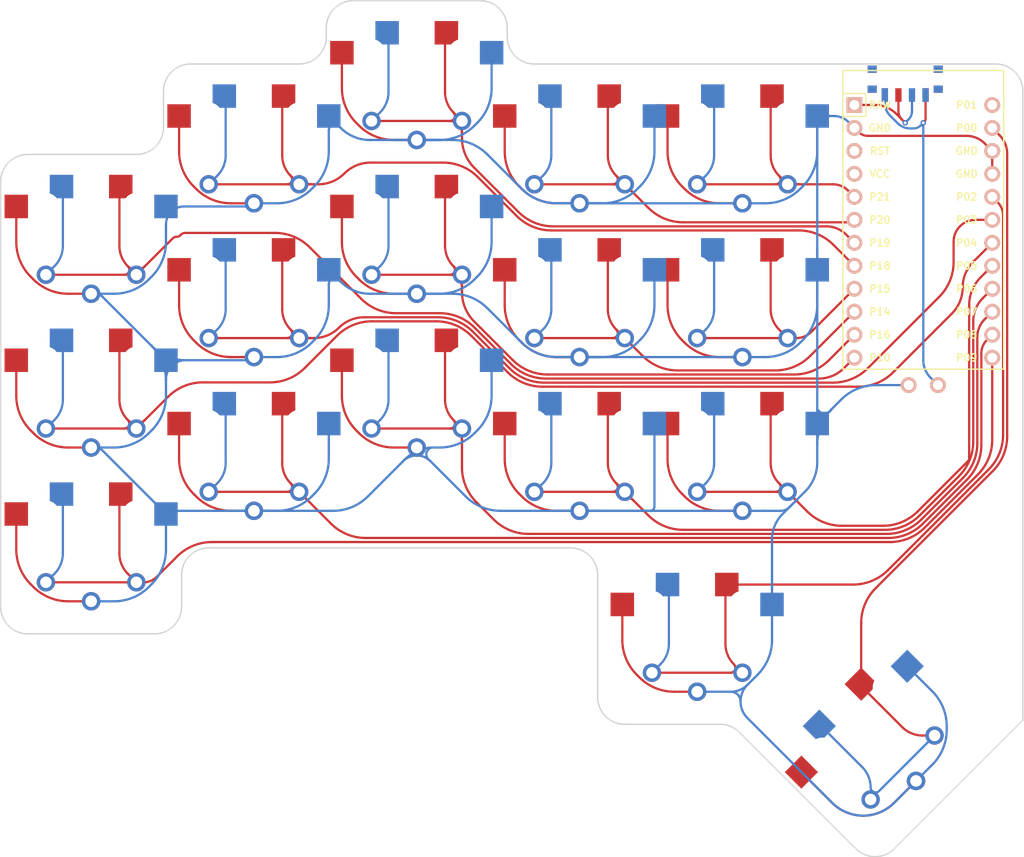
<source format=kicad_pcb>
(kicad_pcb (version 20211014) (generator pcbnew)
  (title_block (title "LeBeDa") (rev "v1.0.0") (company "https://github.com/MatusFrick/LeBeDa"))
  (layers (0 "F.Cu" signal) (31 "B.Cu" signal) (34 "B.Paste" user) (35 "F.Paste" user) (36 "B.SilkS" user "B.Silkscreen") (37 "F.SilkS" user "F.Silkscreen") (38 "B.Mask" user) (39 "F.Mask" user) (44 "Edge.Cuts" user))
  (net 0 "")
  (net 1 "P9")
  (net 2 "GND")
  (net 3 "P4")
  (net 4 "P10")
  (net 5 "P8")
  (net 6 "P3")
  (net 7 "P18")
  (net 8 "P7")
  (net 9 "P16")
  (net 10 "P19")
  (net 11 "P6")
  (net 12 "P14")
  (net 13 "P20")
  (net 14 "P5")
  (net 15 "P15")
  (net 16 "P21")
  (net 17 "P2")
  (net 18 "P0")
  (net 19 "RAW")
  (net 20 "RST")
  (net 21 "VCC")
  (net 22 "P1")
  (net 23 "pos")
  (footprint "lib:bat" (layer "F.Cu") (at 193.85 93.85 -90)
    (fp_text reference "")
    (fp_text value "")
  )
  (footprint "PG1350" (layer "F.Cu") (at 155.85 84.85 180)
    (fp_text reference "S22" hide)
    (fp_text value "" hide)
  )
  (footprint "PG1350" (layer "F.Cu") (at 173.85 67.85 180)
    (fp_text reference "S30" hide)
    (fp_text value "" hide)
  )
  (footprint "PG1350" (layer "F.Cu") (at 119.85 84.85 180)
    (fp_text reference "S10" hide)
    (fp_text value "" hide)
  )
  (footprint "PG1350" (layer "F.Cu") (at 101.85 77.85 180)
    (fp_text reference "S6" hide)
    (fp_text value "" hide)
  )
  (footprint "PG1350" (layer "F.Cu") (at 137.85 94.85)
    (fp_text reference "S13" hide)
    (fp_text value "" hide)
  )
  (footprint "VIA-0.6mm" (layer "F.Cu") (at 191.85 64.85)
    (fp_text reference "REF**" hide)
    (fp_text value "VIA-0.6mm" hide)
  )
  (footprint "PG1350" (layer "F.Cu") (at 168.85 121.85)
    (fp_text reference "S31" hide)
    (fp_text value "" hide)
  )
  (footprint "PG1350" (layer "F.Cu") (at 137.85 60.85)
    (fp_text reference "S17" hide)
    (fp_text value "" hide)
  )
  (footprint "PG1350" (layer "F.Cu") (at 188.874412 133.437868 45)
    (fp_text reference "S33" hide)
    (fp_text value "" hide)
  )
  (footprint "PG1350" (layer "F.Cu") (at 155.85 101.85 180)
    (fp_text reference "S20" hide)
    (fp_text value "" hide)
  )
  (footprint "PG1350" (layer "F.Cu") (at 101.85 94.85)
    (fp_text reference "S3" hide)
    (fp_text value "" hide)
  )
  (footprint "PG1350" (layer "F.Cu") (at 101.85 111.85)
    (fp_text reference "S1" hide)
    (fp_text value "" hide)
  )
  (footprint "PG1350" (layer "F.Cu") (at 155.85 84.85)
    (fp_text reference "S21" hide)
    (fp_text value "" hide)
  )
  (footprint "PG1350" (layer "F.Cu") (at 137.85 77.85 180)
    (fp_text reference "S16" hide)
    (fp_text value "" hide)
  )
  (footprint "VIA-0.6mm" (layer "F.Cu") (at 193.85 64.85)
    (fp_text reference "REF**" hide)
    (fp_text value "VIA-0.6mm" hide)
  )
  (footprint "PG1350" (layer "F.Cu") (at 137.85 60.85 180)
    (fp_text reference "S18" hide)
    (fp_text value "" hide)
  )
  (footprint "PG1350" (layer "F.Cu") (at 155.85 101.85)
    (fp_text reference "S19" hide)
    (fp_text value "" hide)
  )
  (footprint "PG1350" (layer "F.Cu") (at 173.85 67.85)
    (fp_text reference "S29" hide)
    (fp_text value "" hide)
  )
  (footprint "PG1350" (layer "F.Cu") (at 155.85 67.85)
    (fp_text reference "S23" hide)
    (fp_text value "" hide)
  )
  (footprint "PG1350" (layer "F.Cu") (at 188.874412 133.437868 -135)
    (fp_text reference "S34" hide)
    (fp_text value "" hide)
  )
  (footprint "PG1350" (layer "F.Cu") (at 119.85 84.85)
    (fp_text reference "S9" hide)
    (fp_text value "" hide)
  )
  (footprint "PG1350" (layer "F.Cu") (at 119.85 67.85)
    (fp_text reference "S11" hide)
    (fp_text value "" hide)
  )
  (footprint "Button_Switch_SMD:SW_SPDT_PCM12" (layer "F.Cu") (at 191.85 60.35 180)
    (fp_text reference "")
    (fp_text value "")
  )
  (footprint "PG1350" (layer "F.Cu") (at 101.85 94.85 180)
    (fp_text reference "S4" hide)
    (fp_text value "" hide)
  )
  (footprint "PG1350" (layer "F.Cu") (at 173.85 84.85)
    (fp_text reference "S27" hide)
    (fp_text value "" hide)
  )
  (footprint "PG1350" (layer "F.Cu") (at 119.85 67.85 180)
    (fp_text reference "S12" hide)
    (fp_text value "" hide)
  )
  (footprint "PG1350" (layer "F.Cu") (at 101.85 77.85)
    (fp_text reference "S5" hide)
    (fp_text value "" hide)
  )
  (footprint "PG1350" (layer "F.Cu") (at 101.85 111.85 180)
    (fp_text reference "S2" hide)
    (fp_text value "" hide)
  )
  (footprint "PG1350" (layer "F.Cu") (at 173.85 101.85 180)
    (fp_text reference "S26" hide)
    (fp_text value "" hide)
  )
  (footprint "PG1350" (layer "F.Cu") (at 137.85 94.85 180)
    (fp_text reference "S14" hide)
    (fp_text value "" hide)
  )
  (footprint "PG1350" (layer "F.Cu") (at 119.85 101.85 180)
    (fp_text reference "S8" hide)
    (fp_text value "" hide)
  )
  (footprint "ProMicro" (layer "F.Cu") (at 193.85 76.85 -90)
    (fp_text reference "MCU1" hide)
    (fp_text value "" hide)
  )
  (footprint "PG1350" (layer "F.Cu") (at 173.85 84.85 180)
    (fp_text reference "S28" hide)
    (fp_text value "" hide)
  )
  (footprint "PG1350" (layer "F.Cu") (at 168.85 121.85 180)
    (fp_text reference "S32" hide)
    (fp_text value "" hide)
  )
  (footprint "PG1350" (layer "F.Cu") (at 119.85 101.85)
    (fp_text reference "S7" hide)
    (fp_text value "" hide)
  )
  (footprint "PG1350" (layer "F.Cu") (at 173.85 101.85)
    (fp_text reference "S25" hide)
    (fp_text value "" hide)
  )
  (footprint "PG1350" (layer "F.Cu") (at 155.85 67.85 180)
    (fp_text reference "S24" hide)
    (fp_text value "" hide)
  )
  (footprint "PG1350" (layer "F.Cu") (at 137.85 77.85)
    (fp_text reference "S15" hide)
    (fp_text value "" hide)
  )
  (gr_arc (start 201.85 58.35) (mid 203.97132 59.22868) (end 204.85 61.35) (layer "Edge.Cuts") (width 0.15))
  (gr_line (start 112.85 58.35) (end 124.85 58.35) (layer "Edge.Cuts") (width 0.15))
  (gr_line (start 111.85 114.85) (end 111.85 118.35) (layer "Edge.Cuts") (width 0.15))
  (gr_arc (start 154.85 111.85) (mid 156.97132 112.72868) (end 157.85 114.85) (layer "Edge.Cuts") (width 0.15))
  (gr_line (start 130.85 51.35) (end 144.85 51.35) (layer "Edge.Cuts") (width 0.15))
  (gr_arc (start 109.85 65.35) (mid 108.97132 67.47132) (end 106.85 68.35) (layer "Edge.Cuts") (width 0.15))
  (gr_arc (start 144.85 51.35) (mid 146.97132 52.22868) (end 147.85 54.35) (layer "Edge.Cuts") (width 0.15))
  (gr_line (start 109.85 65.35) (end 109.85 61.35) (layer "Edge.Cuts") (width 0.15))
  (gr_arc (start 127.85 54.35) (mid 128.72868 52.22868) (end 130.85 51.35) (layer "Edge.Cuts") (width 0.15))
  (gr_arc (start 127.85 55.35) (mid 126.97132 57.47132) (end 124.85 58.35) (layer "Edge.Cuts") (width 0.15))
  (gr_arc (start 150.85 58.35) (mid 148.72868 57.47132) (end 147.85 55.35) (layer "Edge.Cuts") (width 0.15))
  (gr_arc (start 171.401768 131.35) (mid 172.549818 131.578361) (end 173.523088 132.22868) (layer "Edge.Cuts") (width 0.15))
  (gr_arc (start 160.85 131.35) (mid 158.72868 130.47132) (end 157.85 128.35) (layer "Edge.Cuts") (width 0.15))
  (gr_arc (start 94.85 121.35) (mid 92.72868 120.47132) (end 91.85 118.35) (layer "Edge.Cuts") (width 0.15))
  (gr_line (start 147.85 54.35) (end 147.85 55.35) (layer "Edge.Cuts") (width 0.15))
  (gr_line (start 160.85 131.35) (end 171.401768 131.35) (layer "Edge.Cuts") (width 0.15))
  (gr_line (start 150.85 58.35) (end 201.85 58.35) (layer "Edge.Cuts") (width 0.15))
  (gr_line (start 190.642179 145.10513) (end 204.925736 130.821573) (layer "Edge.Cuts") (width 0.15))
  (gr_line (start 173.523088 132.22868) (end 186.399538 145.10513) (layer "Edge.Cuts") (width 0.15))
  (gr_line (start 127.85 55.35) (end 127.85 54.35) (layer "Edge.Cuts") (width 0.15))
  (gr_line (start 114.85 111.85) (end 154.85 111.85) (layer "Edge.Cuts") (width 0.15))
  (gr_line (start 94.85 121.35) (end 108.85 121.35) (layer "Edge.Cuts") (width 0.15))
  (gr_arc (start 111.85 114.85) (mid 112.72868 112.72868) (end 114.85 111.85) (layer "Edge.Cuts") (width 0.15))
  (gr_arc (start 91.85 71.35) (mid 92.72868 69.22868) (end 94.85 68.35) (layer "Edge.Cuts") (width 0.15))
  (gr_arc (start 111.85 118.35) (mid 110.97132 120.47132) (end 108.85 121.35) (layer "Edge.Cuts") (width 0.15))
  (gr_line (start 157.85 128.35) (end 157.85 114.85) (layer "Edge.Cuts") (width 0.15))
  (gr_arc (start 109.85 61.35) (mid 110.72868 59.22868) (end 112.85 58.35) (layer "Edge.Cuts") (width 0.15))
  (gr_arc (start 190.642179 145.105131) (mid 188.520858 145.98381) (end 186.399538 145.10513) (layer "Edge.Cuts") (width 0.15))
  (gr_line (start 204.85 130.745837) (end 204.85 61.35) (layer "Edge.Cuts") (width 0.15))
  (gr_line (start 204.85 130.745837) (end 204.925736 130.821573) (layer "Edge.Cuts") (width 0.15))
  (gr_line (start 91.85 118.35) (end 91.85 71.35) (layer "Edge.Cuts") (width 0.15))
  (gr_line (start 94.85 68.35) (end 106.85 68.35) (layer "Edge.Cuts") (width 0.15))
  (segment (start 190.160318 111.2) (end 115.203963 111.2) (width 0.25) (layer "F.Cu") (net 1))
  (segment (start 106.025 115.65) (end 96.85 115.65) (width 0.25) (layer "F.Cu") (net 1))
  (segment (start 106.266636 115.066636) (end 105.912739 114.712739) (width 0.25) (layer "F.Cu") (net 1))
  (segment (start 109.083362 115.066636) (end 111.356207 112.793792) (width 0.25) (layer "F.Cu") (net 1))
  (segment (start 194.008074 109.606207) (end 199.876207 103.738074) (width 0.25) (layer "F.Cu") (net 1))
  (segment (start 105.050239 105.97476) (end 105.125 105.9) (width 0.25) (layer "F.Cu") (net 1))
  (segment (start 201.47 99.890318) (end 201.47 90.82) (width 0.25) (layer "F.Cu") (net 1))
  (segment (start 104.975479 106.155248) (end 104.975479 112.449992) (width 0.25) (layer "F.Cu") (net 1))
  (segment (start 107.675 115.65) (end 106.025 115.65) (width 0.25) (layer "F.Cu") (net 1))
  (arc (start 104.975479 112.449992) (mid 105.219064 113.674582) (end 105.912739 114.712739) (width 0.25) (layer "F.Cu") (net 1))
  (arc (start 106.025 115.65) (mid 106.340713 115.439046) (end 106.266636 115.066636) (width 0.25) (layer "F.Cu") (net 1))
  (arc (start 105.050239 105.97476) (mid 104.994908 106.057568) (end 104.975479 106.155248) (width 0.25) (layer "F.Cu") (net 1))
  (arc (start 194.008074 109.606207) (mid 192.242708 110.785786) (end 190.160318 111.2) (width 0.25) (layer "F.Cu") (net 1))
  (arc (start 115.203963 111.2) (mid 113.121572 111.614213) (end 111.356207 112.793792) (width 0.25) (layer "F.Cu") (net 1))
  (arc (start 106.266636 115.066636) (mid 106.912799 115.498388) (end 107.675 115.65) (width 0.25) (layer "F.Cu") (net 1))
  (arc (start 201.47 99.890318) (mid 201.055786 101.972708) (end 199.876207 103.738074) (width 0.25) (layer "F.Cu") (net 1))
  (arc (start 109.083362 115.066636) (mid 108.4372 115.498388) (end 107.675 115.65) (width 0.25) (layer "F.Cu") (net 1))
  (segment (start 98.64976 105.97476) (end 98.575 105.9) (width 0.25) (layer "B.Cu") (net 1))
  (segment (start 98.724521 106.155248) (end 98.724521 112.449992) (width 0.25) (layer "B.Cu") (net 1))
  (segment (start 97.78726 114.712739) (end 96.85 115.65) (width 0.25) (layer "B.Cu") (net 1))
  (arc (start 98.724521 112.449992) (mid 98.480934 113.674582) (end 97.78726 114.712739) (width 0.25) (layer "B.Cu") (net 1))
  (arc (start 98.64976 105.97476) (mid 98.705091 106.057568) (end 98.724521 106.155248) (width 0.25) (layer "B.Cu") (net 1))
  (segment (start 95.168792 98.864562) (end 95.460437 99.156207) (width 0.25) (layer "F.Cu") (net 2))
  (segment (start 93.575 78.016806) (end 93.575 74.1) (width 0.25) (layer "F.Cu") (net 2))
  (segment (start 186.66815 65.85815) (end 186.23 65.42) (width 0.25) (layer "F.Cu") (net 2))
  (segment (start 129.575 61.016806) (end 129.575 57.1) (width 0.25) (layer "F.Cu") (net 2))
  (segment (start 129.575 78.016806) (end 129.575 74.1) (width 0.25) (layer "F.Cu") (net 2))
  (segment (start 149.460437 106.156207) (end 149.168792 105.864562) (width 0.25) (layer "F.Cu") (net 2))
  (segment (start 95.168792 115.864562) (end 95.460437 116.156207) (width 0.25) (layer "F.Cu") (net 2))
  (segment (start 147.575 85.016806) (end 147.575 81.1) (width 0.25) (layer "F.Cu") (net 2))
  (segment (start 147.575 102.016806) (end 147.575 98.1) (width 0.25) (layer "F.Cu") (net 2))
  (segment (start 162.168792 125.864562) (end 162.460437 126.156207) (width 0.25) (layer "F.Cu") (net 2))
  (segment (start 171.308193 73.75) (end 173.85 73.75) (width 0.25) (layer "F.Cu") (net 2))
  (segment (start 93.575 95.016806) (end 93.575 91.1) (width 0.25) (layer "F.Cu") (net 2))
  (segment (start 113.168792 71.864562) (end 113.460437 72.156207) (width 0.25) (layer "F.Cu") (net 2))
  (segment (start 201.47 69.136413) (end 201.47 70.5) (width 0.25) (layer "F.Cu") (net 2))
  (segment (start 165.575 85.016806) (end 165.575 81.1) (width 0.25) (layer "F.Cu") (net 2))
  (segment (start 153.308193 73.75) (end 155.85 73.75) (width 0.25) (layer "F.Cu") (net 2))
  (segment (start 149.460437 72.156207) (end 149.168792 71.864562) (width 0.25) (layer "F.Cu") (net 2))
  (segment (start 165.575 102.016806) (end 165.575 98.1) (width 0.25) (layer "F.Cu") (net 2))
  (segment (start 129.575 95.016806) (end 129.575 91.1) (width 0.25) (layer "F.Cu") (net 2))
  (segment (start 99.308193 100.75) (end 101.85 100.75) (width 0.25) (layer "F.Cu") (net 2))
  (segment (start 131.460437 65.156207) (end 131.168792 64.864562) (width 0.25) (layer "F.Cu") (net 2))
  (segment (start 166.308193 127.75) (end 168.85 127.75) (width 0.25) (layer "F.Cu") (net 2))
  (segment (start 99.308193 117.75) (end 101.85 117.75) (width 0.25) (layer "F.Cu") (net 2))
  (segment (start 131.460437 82.156207) (end 131.168792 81.864562) (width 0.25) (layer "F.Cu") (net 2))
  (segment (start 117.308193 73.75) (end 119.85 73.75) (width 0.25) (layer "F.Cu") (net 2))
  (segment (start 113.168792 88.864562) (end 113.460437 89.156207) (width 0.25) (layer "F.Cu") (net 2))
  (segment (start 111.575 85.016806) (end 111.575 81.1) (width 0.25) (layer "F.Cu") (net 2))
  (segment (start 117.308193 90.75) (end 119.85 90.75) (width 0.25) (layer "F.Cu") (net 2))
  (segment (start 153.308193 90.75) (end 155.85 90.75) (width 0.25) (layer "F.Cu") (net 2))
  (segment (start 190.628207 140.027932) (end 193.046342 137.609798) (width 0.25) (layer "F.Cu") (net 2))
  (segment (start 113.168792 105.864562) (end 113.460437 106.156207) (width 0.25) (layer "F.Cu") (net 2))
  (segment (start 167.460437 89.156207) (end 167.168792 88.864562) (width 0.25) (layer "F.Cu") (net 2))
  (segment (start 167.460437 72.156207) (end 167.168792 71.864562) (width 0.25) (layer "F.Cu") (net 2))
  (segment (start 187.725937 66.2963) (end 198.629886 66.2963) (width 0.25) (layer "F.Cu") (net 2))
  (segment (start 135.308193 100.75) (end 137.85 100.75) (width 0.25) (layer "F.Cu") (net 2))
  (segment (start 93.575 112.016806) (end 93.575 108.1) (width 0.25) (layer "F.Cu") (net 2))
  (segment (start 153.308193 107.75) (end 155.85 107.75) (width 0.25) (layer "F.Cu") (net 2))
  (segment (start 99.308193 83.75) (end 101.85 83.75) (width 0.25) (layer "F.Cu") (net 2))
  (segment (start 135.308193 66.75) (end 137.85 66.75) (width 0.25) (layer "F.Cu") (net 2))
  (segment (start 167.460437 106.156207) (end 167.168792 105.864562) (width 0.25) (layer "F.Cu") (net 2))
  (segment (start 131.460437 99.156207) (end 131.168792 98.864562) (width 0.25) (layer "F.Cu") (net 2))
  (segment (start 171.308193 107.75) (end 173.85 107.75) (width 0.25) (layer "F.Cu") (net 2))
  (segment (start 135.308193 83.75) (end 137.85 83.75) (width 0.25) (layer "F.Cu") (net 2))
  (segment (start 117.308193 107.75) (end 119.85 107.75) (width 0.25) (layer "F.Cu") (net 2))
  (segment (start 95.168792 81.864562) (end 95.460437 82.156207) (width 0.25) (layer "F.Cu") (net 2))
  (segment (start 149.460437 89.156207) (end 149.168792 88.864562) (width 0.25) (layer "F.Cu") (net 2))
  (segment (start 111.575 68.016806) (end 111.575 64.1) (width 0.25) (layer "F.Cu") (net 2))
  (segment (start 160.575 122.016806) (end 160.575 118.1) (width 0.25) (layer "F.Cu") (net 2))
  (segment (start 111.575 102.016806) (end 111.575 98.1) (width 0.25) (layer "F.Cu") (net 2))
  (segment (start 165.575 68.016806) (end 165.575 64.1) (width 0.25) (layer "F.Cu") (net 2))
  (segment (start 183.761859 140.027932) (end 180.371453 136.637526) (width 0.25) (layer "F.Cu") (net 2))
  (segment (start 171.308193 90.75) (end 173.85 90.75) (width 0.25) (layer "F.Cu") (net 2))
  (segment (start 147.575 68.016806) (end 147.575 64.1) (width 0.25) (layer "F.Cu") (net 2))
  (arc (start 149.460437 72.156207) (mid 151.225802 73.335786) (end 153.308193 73.75) (width 0.25) (layer "F.Cu") (net 2))
  (arc (start 165.575 68.016806) (mid 165.989213 70.099196) (end 167.168792 71.864562) (width 0.25) (layer "F.Cu") (net 2))
  (arc (start 167.460437 89.156207) (mid 169.225802 90.335786) (end 171.308193 90.75) (width 0.25) (layer "F.Cu") (net 2))
  (arc (start 111.575 102.016806) (mid 111.989213 104.099196) (end 113.168792 105.864562) (width 0.25) (layer "F.Cu") (net 2))
  (arc (start 149.460437 89.156207) (mid 151.225802 90.335786) (end 153.308193 90.75) (width 0.25) (layer "F.Cu") (net 2))
  (arc (start 200.63815 67.12815) (mid 199.71675 66.51249) (end 198.629886 66.2963) (width 0.25) (layer "F.Cu") (net 2))
  (arc (start 131.460437 65.156207) (mid 133.225802 66.335786) (end 135.308193 66.75) (width 0.25) (layer "F.Cu") (net 2))
  (arc (start 183.761859 140.027932) (mid 185.337012 141.080416) (end 187.195033 141.45) (width 0.25) (layer "F.Cu") (net 2))
  (arc (start 129.575 78.016806) (mid 129.989213 80.099196) (end 131.168792 81.864562) (width 0.25) (layer "F.Cu") (net 2))
  (arc (start 190.628207 140.027932) (mid 189.053053 141.080416) (end 187.195033 141.45) (width 0.25) (layer "F.Cu") (net 2))
  (arc (start 160.575 122.016806) (mid 160.989213 124.099196) (end 162.168792 125.864562) (width 0.25) (layer "F.Cu") (net 2))
  (arc (start 147.575 102.016806) (mid 147.989213 104.099196) (end 149.168792 105.864562) (width 0.25) (layer "F.Cu") (net 2))
  (arc (start 165.575 85.016806) (mid 165.989213 87.099196) (end 167.168792 88.864562) (width 0.25) (layer "F.Cu") (net 2))
  (arc (start 111.575 68.016806) (mid 111.989213 70.099196) (end 113.168792 71.864562) (width 0.25) (layer "F.Cu") (net 2))
  (arc (start 167.460437 106.156207) (mid 169.225802 107.335786) (end 171.308193 107.75) (width 0.25) (layer "F.Cu") (net 2))
  (arc (start 131.460437 82.156207) (mid 133.225802 83.335786) (end 135.308193 83.75) (width 0.25) (layer "F.Cu") (net 2))
  (arc (start 147.575 68.016806) (mid 147.989213 70.099196) (end 149.168792 71.864562) (width 0.25) (layer "F.Cu") (net 2))
  (arc (start 95.460437 116.156207) (mid 97.225802 117.335786) (end 99.308193 117.75) (width 0.25) (layer "F.Cu") (net 2))
  (arc (start 93.575 95.016806) (mid 93.989213 97.099196) (end 95.168792 98.864562) (width 0.25) (layer "F.Cu") (net 2))
  (arc (start 129.575 61.016806) (mid 129.989213 63.099196) (end 131.168792 64.864562) (width 0.25) (layer "F.Cu") (net 2))
  (arc (start 167.460437 72.156207) (mid 169.225802 73.335786) (end 171.308193 73.75) (width 0.25) (layer "F.Cu") (net 2))
  (arc (start 149.460437 106.156207) (mid 151.225802 107.335786) (end 153.308193 107.75) (width 0.25) (layer "F.Cu") (net 2))
  (arc (start 113.460437 72.156207) (mid 115.225802 73.335786) (end 117.308193 73.75) (width 0.25) (layer "F.Cu") (net 2))
  (arc (start 95.460437 82.156207) (mid 97.225802 83.335786) (end 99.308193 83.75) (width 0.25) (layer "F.Cu") (net 2))
  (arc (start 113.460437 106.156207) (mid 115.225802 107.335786) (end 117.308193 107.75) (width 0.25) (layer "F.Cu") (net 2))
  (arc (start 131.460437 99.156207) (mid 133.225802 100.335786) (end 135.308193 100.75) (width 0.25) (layer "F.Cu") (net 2))
  (arc (start 200.63815 67.12815) (mid 201.253809 68.049549) (end 201.47 69.136413) (width 0.25) (layer "F.Cu") (net 2))
  (arc (start 165.575 102.016806) (mid 165.989213 104.099196) (end 167.168792 105.864562) (width 0.25) (layer "F.Cu") (net 2))
  (arc (start 162.460437 126.156207) (mid 164.225802 127.335786) (end 166.308193 127.75) (width 0.25) (layer "F.Cu") (net 2))
  (arc (start 93.575 78.016806) (mid 93.989213 80.099196) (end 95.168792 81.864562) (width 0.25) (layer "F.Cu") (net 2))
  (arc (start 111.575 85.016806) (mid 111.989213 87.099196) (end 113.168792 88.864562) (width 0.25) (layer "F.Cu") (net 2))
  (arc (start 186.66815 65.85815) (mid 187.153466 66.182428) (end 187.725937 66.2963) (width 0.25) (layer "F.Cu") (net 2))
  (arc (start 129.575 95.016806) (mid 129.989213 97.099196) (end 131.168792 98.864562) (width 0.25) (layer "F.Cu") (net 2))
  (arc (start 113.460437 89.156207) (mid 115.225802 90.335786) (end 117.308193 90.75) (width 0.25) (layer "F.Cu") (net 2))
  (arc (start 93.575 112.016806) (mid 93.989213 114.099196) (end 95.168792 115.864562) (width 0.25) (layer "F.Cu") (net 2))
  (arc (start 147.575 85.016806) (mid 147.989213 87.099196) (end 149.168792 88.864562) (width 0.25) (layer "F.Cu") (net 2))
  (arc (start 95.460437 99.156207) (mid 97.225802 100.335786) (end 99.308193 100.75) (width 0.25) (layer "F.Cu") (net 2))
  (segment (start 140.391806 100.75) (end 139.469913 100.75) (width 0.25) (layer "B.Cu") (net 2))
  (segment (start 128.125 85.016806) (end 128.125 82.719913) (width 0.25) (layer "B.Cu") (net 2))
  (segment (start 194.703195 135.952944) (end 191.389488 139.266651) (width 0.25) (layer "B.Cu") (net 2))
  (segment (start 128.125 65.719913) (end 128.125 68.016806) (width 0.25) (layer "B.Cu") (net 2))
  (segment (start 185.57 64.76) (end 186.23 65.42) (width 0.25) (layer "B.Cu") (net 2))
  (segment (start 176.193144 90.75) (end 176.391806 90.75) (width 0.25) (layer "B.Cu") (net 2))
  (segment (start 110.125 93.353963) (end 110.125 95.016806) (width 0.25) (layer "B.Cu") (net 2))
  (segment (start 177.125 115.756856) (end 177.125 120.443144) (width 0.25) (layer "B.Cu") (net 2))
  (segment (start 179.848942 106.546827) (end 179.046827 107.348942) (width 0.25) (layer "B.Cu") (net 2))
  (segment (start 171.506856 107.75) (end 157.021572 107.75) (width 0.25) (layer "B.Cu") (net 2))
  (segment (start 188.628963 93.85) (end 192.23 93.85) (width 0.25) (layer "B.Cu") (net 2))
  (segment (start 184.781206 95.443792) (end 183.718792 96.506207) (width 0.25) (layer "B.Cu") (net 2))
  (segment (start 164.125 85.016806) (end 164.125 81.1) (width 0.25) (layer "B.Cu") (net 2))
  (segment (start 180.239562 89.156206) (end 180.531207 88.864562) (width 0.25) (layer "B.Cu") (net 2))
  (segment (start 141.800266 83.75) (end 139.021572 83.75) (width 0.25) (layer "B.Cu") (net 2))
  (segment (start 143.256207 106.156207) (end 139.264212 102.164212) (width 0.25) (layer "B.Cu") (net 2))
  (segment (start 153.308193 90.75) (end 153.506856 90.75) (width 0.25) (layer "B.Cu") (net 2))
  (segment (start 110.125 108.347487) (end 110.125 112.016806) (width 0.25) (layer "B.Cu") (net 2))
  (segment (start 126.239562 72.156206) (end 126.531207 71.864562) (width 0.25) (layer "B.Cu") (net 2))
  (segment (start 194.843669 135.812469) (end 194.703195 135.952944) (width 0.25) (layer "B.Cu") (net 2))
  (segment (start 120.097487 73.75) (end 122.391806 73.75) (width 0.25) (layer "B.Cu") (net 2))
  (segment (start 144.239562 82.156206) (end 144.531207 81.864562) (width 0.25) (layer "B.Cu") (net 2))
  (segment (start 176.193144 73.75) (end 171.506856 73.75) (width 0.25) (layer "B.Cu") (net 2))
  (segment (start 158.193144 90.75) (end 153.506856 90.75) (width 0.25) (layer "B.Cu") (net 2))
  (segment (start 102.3125 100.75) (end 104.391806 100.75) (width 0.25) (layer "B.Cu") (net 2))
  (segment (start 129.45 82.425) (end 129.270451 82.245451) (width 0.25) (layer "B.Cu") (net 2))
  (segment (start 144.239562 65.156206) (end 144.531207 64.864562) (width 0.25) (layer "B.Cu") (net 2))
  (segment (start 132.648832 83.75) (end 135.506856 83.75) (width 0.25) (layer "B.Cu") (net 2))
  (segment (start 180.239562 72.156206) (end 180.531207 71.864562) (width 0.25) (layer "B.Cu") (net 2))
  (segment (start 179.046827 107.348942) (end 179.848942 106.546827) (width 0.25) (layer "B.Cu") (net 2))
  (segment (start 153.506856 107.75) (end 147.103963 107.75) (width 0.25) (layer "B.Cu") (net 2))
  (segment (start 164.125 107.280545) (end 164.125 98.1) (width 0.25) (layer "B.Cu") (net 2))
  (segment (start 182.125 85.016806) (end 182.125 82.271572) (width 0.25) (layer "B.Cu") (net 2))
  (segment (start 182.125 100.443144) (end 182.125 96.480086) (width 0.25) (layer "B.Cu") (net 2))
  (segment (start 140.391806 66.75) (end 139.021572 66.75) (width 0.25) (layer "B.Cu") (net 2))
  (segment (start 146.125 78.016806) (end 146.125 74.1) (width 0.25) (layer "B.Cu") (net 2))
  (segment (start 182.125 65.271572) (end 182.125 68.016806) (width 0.25) (layer "B.Cu") (net 2))
  (segment (start 135.506856 66.75) (end 132.648832 66.75) (width 0.25) (layer "B.Cu") (net 2))
  (segment (start 177.125 122.016806) (end 177.125 120.443144) (width 0.25) (layer "B.Cu") (net 2))
  (segment (start 158.391806 90.75) (end 157.021572 90.75) (width 0.25) (layer "B.Cu") (net 2))
  (segment (start 140.391806 83.75) (end 140.193144 83.75) (width 0.25) (layer "B.Cu") (net 2))
  (segment (start 129.270451 65.245451) (end 129.45 65.425) (width 0.25) (layer "B.Cu") (net 2))
  (segment (start 182.125 102.377763) (end 182.125 100.443144) (width 0.25) (layer "B.Cu") (net 2))
  (segment (start 126.239562 106.156206) (end 126.531207 105.864562) (width 0.25) (layer "B.Cu") (net 2))
  (segment (start 153.506856 90.75) (end 157.021572 90.75) (width 0.25) (layer "B.Cu") (net 2))
  (segment (start 144.239562 99.156206) (end 144.531207 98.864562) (width 0.25) (layer "B.Cu") (net 2))
  (segment (start 109.95 107.925) (end 103.102036 101.077036) (width 0.25) (layer "B.Cu") (net 2))
  (segment (start 158.193144 73.75) (end 153.506856 73.75) (width 0.25) (layer "B.Cu") (net 2))
  (segment (start 120.097487 90.75) (end 122.391806 90.75) (width 0.25) (layer "B.Cu") (net 2))
  (segment (start 176.193144 107.75) (end 178.078589 107.75) (width 0.25) (layer "B.Cu") (net 2))
  (segment (start 121.021572 107.75) (end 128.596036 107.75) (width 0.25) (layer "B.Cu") (net 2))
  (segment (start 108.239562 99.156206) (end 108.531207 98.864562) (width 0.25) (layer "B.Cu") (net 2))
  (segment (start 163.655545 107.75) (end 158.193144 107.75) (width 0.25) (layer "B.Cu") (net 2))
  (segment (start 140.193144 83.75) (end 135.506856 83.75) (width 0.25) (layer "B.Cu") (net 2))
  (segment (start 140.193144 66.75) (end 141.800266 66.75) (width 0.25) (layer "B.Cu") (net 2))
  (segment (start 162.243792 72.156206) (end 162.531207 71.868792) (width 0.25) (layer "B.Cu") (net 2))
  (segment (start 171.506856 90.75) (end 158.193144 90.75) (width 0.25) (layer "B.Cu") (net 2))
  (segment (start 135.506856 66.75) (end 139.021572 66.75) (width 0.25) (layer "B.Cu") (net 2))
  (segment (start 172.572885 127.75) (end 168.85 127.75) (width 0.25) (layer "B.Cu") (net 2))
  (segment (start 194.84367 127.704509) (end 192.07407 124.934909) (width 0.25) (layer "B.Cu") (net 2))
  (segment (start 126.239562 89.156206) (end 126.531207 88.864562) (width 0.25) (layer "B.Cu") (net 2))
  (segment (start 171.506856 73.75) (end 157.021572 73.75) (width 0.25) (layer "B.Cu") (net 2))
  (segment (start 110.722487 107.75) (end 117.506856 107.75) (width 0.25) (layer "B.Cu") (net 2))
  (segment (start 102.3125 83.75) (end 104.391806 83.75) (width 0.25) (layer "B.Cu") (net 2))
  (segment (start 179.046827 107.348942) (end 178.286442 108.109327) (width 0.25) (layer "B.Cu") (net 2))
  (segment (start 108.531207 89.506207) (end 103.102036 84.077036) (width 0.25) (layer "B.Cu") (net 2))
  (segment (start 176.193144 107.75) (end 171.506856 107.75) (width 0.25) (layer "B.Cu") (net 2))
  (segment (start 176.193144 73.75) (end 176.391806 73.75) (width 0.25) (layer "B.Cu") (net 2))
  (segment (start 183.5175 64.1) (end 183.976619 64.1) (width 0.25) (layer "B.Cu") (net 2))
  (segment (start 122.193144 107.75) (end 117.506856 107.75) (width 0.25) (layer "B.Cu") (net 2))
  (segment (start 174.404414 130.654414) (end 183.783615 140.033615) (width 0.25) (layer "B.Cu") (net 2))
  (segment (start 162.239562 89.156206) (end 162.531207 88.864562) (width 0.25) (layer "B.Cu") (net 2))
  (segment (start 104.391806 117.75) (end 101.85 117.75) (width 0.25) (layer "B.Cu") (net 2))
  (segment (start 110.125 76.099998) (end 110.125 78.016806) (width 0.25) (layer "B.Cu") (net 2))
  (segment (start 158.396036 73.75) (end 158.193144 73.75) (width 0.25) (layer "B.Cu") (net 2))
  (segment (start 108.239562 82.156206) (end 108.531207 81.864562) (width 0.25) (layer "B.Cu") (net 2))
  (segment (start 177.125 110.913297) (end 177.125 115.756856) (width 0.25) (layer "B.Cu") (net 2))
  (segment (start 175.531206 125.864562) (end 174.404414 126.991355) (width 0.25) (layer "B.Cu") (net 2))
  (segment (start 128.125 102.016806) (end 128.125 98.1) (width 0.25) (layer "B.Cu") (net 2))
  (segment (start 146.125 61.016806) (end 146.125 57.1) (width 0.25) (layer "B.Cu") (net 2))
  (segment (start 164.125 68.021036) (end 164.125 64.1) (width 0.25) (layer "B.Cu") (net 2))
  (segment (start 140.193144 66.75) (end 135.506856 66.75) (width 0.25) (layer "B.Cu") (net 2))
  (segment (start 149.460437 89.156207) (end 145.648022 85.343792) (width 0.25) (layer "B.Cu") (net 2))
  (segment (start 112.124998 91.1) (end 119.252512 91.1) (width 0.25) (layer "B.Cu") (net 2))
  (segment (start 196.437463 131.964713) (end 196.437463 131.552265) (width 0.25) (layer "B.Cu") (net 2))
  (segment (start 153.506856 73.75) (end 157.021572 73.75) (width 0.25) (layer "B.Cu") (net 2))
  (segment (start 112.124998 74.1) (end 119.252512 74.1) (width 0.25) (layer "B.Cu") (net 2))
  (segment (start 158.193144 107.75) (end 153.506856 107.75) (width 0.25) (layer "B.Cu") (net 2))
  (segment (start 108.239562 116.156206) (end 108.531207 115.864562) (width 0.25) (layer "B.Cu") (net 2))
  (segment (start 182.125 65.4925) (end 182.125 78.756856) (width 0.25) (layer "B.Cu") (net 2))
  (segment (start 182.125 83.443144) (end 182.125 96.480086) (width 0.25) (layer "B.Cu") (net 2))
  (segment (start 182.125 83.443144) (end 182.125 78.756856) (width 0.25) (layer "B.Cu") (net 2))
  (segment (start 182.125 78.756856) (end 182.125 82.271572) (width 0.25) (layer "B.Cu") (net 2))
  (segment (start 176.193144 90.75) (end 171.506856 90.75) (width 0.25) (layer "B.Cu") (net 2))
  (segment (start 179.848942 106.546827) (end 180.786442 105.609327) (width 0.25) (layer "B.Cu") (net 2))
  (segment (start 135.506856 83.75) (end 139.021572 83.75) (width 0.25) (layer "B.Cu") (net 2))
  (segment (start 117.506856 107.75) (end 121.021572 107.75) (width 0.25) (layer "B.Cu") (net 2))
  (segment (start 132.443792 106.156207) (end 136.256207 102.343792) (width 0.25) (layer "B.Cu") (net 2))
  (segment (start 146.125 95.016806) (end 146.125 91.1) (width 0.25) (layer "B.Cu") (net 2))
  (segment (start 122.391806 107.75) (end 122.193144 107.75) (width 0.25) (layer "B.Cu") (net 2))
  (segment (start 153.506856 107.75) (end 157.021572 107.75) (width 0.25) (layer "B.Cu") (net 2))
  (segment (start 149.460437 72.156207) (end 145.648022 68.343792) (width 0.25) (layer "B.Cu") (net 2))
  (segment (start 153.308193 73.75) (end 153.506856 73.75) (width 0.25) (layer "B.Cu") (net 2))
  (segment (start 190.622524 140.033615) (end 191.389488 139.266651) (width 0.25) (layer "B.Cu") (net 2))
  (arc (start 146.125 78.016806) (mid 145.710786 80.099196) (end 144.531207 81.864562) (width 0.25) (layer "B.Cu") (net 2))
  (arc (start 103.102036 101.077036) (mid 102.739794 100.834993) (end 102.3125 100.75) (width 0.25) (layer "B.Cu") (net 2))
  (arc (start 164.125 107.280545) (mid 164.089264 107.460197) (end 163.9875 107.6125) (width 0.25) (layer "B.Cu") (net 2))
  (arc (start 185.57 64.76) (mid 184.83895 64.271528) (end 183.976619 64.1) (width 0.25) (layer "B.Cu") (net 2))
  (arc (start 146.125 95.016806) (mid 145.710786 97.099196) (end 144.531207 98.864562) (width 0.25) (layer "B.Cu") (net 2))
  (arc (start 162.243792 72.156206) (mid 160.478426 73.335786) (end 158.396036 73.75) (width 0.25) (layer "B.Cu") (net 2))
  (arc (start 144.239562 82.156206) (mid 142.474196 83.335786) (end 140.391806 83.75) (width 0.25) (layer "B.Cu") (net 2))
  (arc (start 196.437463 131.964713) (mid 196.023249 134.047103) (end 194.843669 135.812469) (width 0.25) (layer "B.Cu") (net 2))
  (arc (start 129.270451 65.245451) (mid 128.539213 65.099998) (end 128.125 65.719913) (width 0.25) (layer "B.Cu") (net 2))
  (arc (start 136.256207 102.343792) (mid 137.856788 101.164213) (end 139.469913 100.75) (width 0.25) (layer "B.Cu") (net 2))
  (arc (start 164.125 85.016806) (mid 163.710786 87.099196) (end 162.531207 88.864562) (width 0.25) (layer "B.Cu") (net 2))
  (arc (start 112.124998 91.1) (mid 110.710785 91.76017) (end 110.125 93.353963) (width 0.25) (layer "B.Cu") (net 2))
  (arc (start 149.460437 72.156207) (mid 151.225802 73.335786) (end 153.308193 73.75) (width 0.25) (layer "B.Cu") (net 2))
  (arc (start 177.125 122.016806) (mid 176.710786 124.099196) (end 175.531206 125.864562) (width 0.25) (layer "B.Cu") (net 2))
  (arc (start 194.84367 127.704509) (mid 196.023249 129.469874) (end 196.437463 131.552265) (width 0.25) (layer "B.Cu") (net 2))
  (arc (start 102.3125 83.75) (mid 102.3125 83.75) (end 102.3125 83.75) (width 0.25) (layer "B.Cu") (net 2))
  (arc (start 157.021572 73.75) (mid 157.607358 73.75) (end 158.193144 73.75) (width 0.25) (layer "B.Cu") (net 2))
  (arc (start 173.64577 128.822885) (mid 173.842935 129.814101) (end 174.404414 130.654414) (width 0.25) (layer "B.Cu") (net 2))
  (arc (start 128.125 102.016806) (mid 127.710786 104.099196) (end 126.531207 105.864562) (width 0.25) (layer "B.Cu") (net 2))
  (arc (start 110.125 112.016806) (mid 109.710786 114.099196) (end 108.531207 115.864562) (width 0.25) (layer "B.Cu") (net 2))
  (arc (start 172.572885 127.75) (mid 173.564101 127.552834) (end 174.404414 126.991355) (width 0.25) (layer "B.Cu") (net 2))
  (arc (start 182.125 82.271572) (mid 182.125 82.857358) (end 182.125 83.443144) (width 0.25) (layer "B.Cu") (net 2))
  (arc (start 110.125 95.016806) (mid 109.710786 97.099196) (end 108.531207 98.864562) (width 0.25) (layer "B.Cu") (net 2))
  (arc (start 110.722487 107.75) (mid 110.493838 107.795481) (end 110.3 107.925) (width 0.25) (layer "B.Cu") (net 2))
  (arc (start 110.125 78.016806) (mid 109.710786 80.099196) (end 108.531207 81.864562) (width 0.25) (layer "B.Cu") (net 2))
  (arc (start 128.125 85.016806) (mid 127.710786 87.099196) (end 126.531207 88.864562) (width 0.25) (layer "B.Cu") (net 2))
  (arc (start 103.102036 84.077036) (mid 102.739794 83.834993) (end 102.3125 83.75) (width 0.25) (layer "B.Cu") (net 2))
  (arc (start 157.021572 107.75) (mid 157.607358 107.75) (end 158.193144 107.75) (width 0.25) (layer "B.Cu") (net 2))
  (arc (start 108.239562 99.156206) (mid 106.474196 100.335786) (end 104.391806 100.75) (width 0.25) (layer "B.Cu") (net 2))
  (arc (start 182.125 85.016806) (mid 181.710786 87.099196) (end 180.531207 88.864562) (width 0.25) (layer "B.Cu") (net 2))
  (arc (start 163.9875 107.6125) (mid 163.835197 107.714264) (end 163.655545 107.75) (width 0.25) (layer "B.Cu") (net 2))
  (arc (start 144.239562 65.156206) (mid 142.474196 66.335786) (end 140.391806 66.75) (width 0.25) (layer "B.Cu") (net 2))
  (arc (start 180.239562 72.156206) (mid 178.474196 73.335786) (end 176.391806 73.75) (width 0.25) (layer "B.Cu") (net 2))
  (arc (start 179.046827 107.348942) (mid 179.046827 107.348941) (end 179.046827 107.348942) (width 0.25) (layer "B.Cu") (net 2))
  (arc (start 129.270451 82.245451) (mid 128.539213 82.099998) (end 128.125 82.719913) (width 0.25) (layer "B.Cu") (net 2))
  (arc (start 144.239562 99.156206) (mid 142.474196 100.335786) (end 140.391806 100.75) (width 0.25) (layer "B.Cu") (net 2))
  (arc (start 139.264212 102.164212) (mid 137.797401 101.631023) (end 136.256207 102.343792) (width 0.25) (layer "B.Cu") (net 2))
  (arc (start 102.3125 100.75) (mid 102.3125 100.75) (end 102.3125 100.75) (width 0.25) (layer "B.Cu") (net 2))
  (arc (start 182.125 96.480086) (mid 182.70134 96.937873) (end 183.718792 96.506207) (width 0.25) (layer "B.Cu") (net 2))
  (arc (start 119.675 73.925) (mid 119.48116 74.054518) (end 119.252512 74.1) (width 0.25) (layer "B.Cu") (net 2))
  (arc (start 173.64577 128.822885) (mid 173.331529 128.06424) (end 172.572885 127.75) (width 0.25) (layer "B.Cu") (net 2))
  (arc (start 120.097487 90.75) (mid 119.868838 90.795481) (end 119.675 90.925) (width 0.25) (layer "B.Cu") (net 2))
  (arc (start 139.021572 66.75) (mid 139.607358 66.75) (end 140.193144 66.75) (width 0.25) (layer "B.Cu") (net 2))
  (arc (start 126.239562 106.156206) (mid 124.474196 107.335786) (end 122.391806 107.75) (width 0.25) (layer "B.Cu") (net 2))
  (arc (start 149.460437 89.156207) (mid 151.225802 90.335786) (end 153.308193 90.75) (width 0.25) (layer "B.Cu") (net 2))
  (arc (start 109.95 107.925) (mid 110.125 107.997487) (end 110.3 107.925) (width 0.25) (layer "B.Cu") (net 2))
  (arc (start 188.628963 93.85) (mid 186.546572 94.264213) (end 184.781206 95.443792) (width 0.25) (layer "B.Cu") (net 2))
  (arc (start 178.286442 108.109327) (mid 177.426848 109.395799) (end 177.125 110.913297) (width 0.25) (layer "B.Cu") (net 2))
  (arc (start 143.256207 106.156207) (mid 145.021572 107.335786) (end 147.103963 107.75) (width 0.25) (layer "B.Cu") (net 2))
  (arc (start 112.124998 74.1) (mid 110.710785 74.685785) (end 110.125 76.099998) (width 0.25) (layer "B.Cu") (net 2))
  (arc (start 128.125 68.016806) (mid 127.710786 70.099196) (end 126.531207 71.864562) (width 0.25) (layer "B.Cu") (net 2))
  (arc (start 108.239562 116.156206) (mid 106.474196 117.335786) (end 104.391806 117.75) (width 0.25) (layer "B.Cu") (net 2))
  (arc (start 182.125 65.271572) (mid 182.125 65.382036) (end 182.125 65.4925) (width 0.25) (layer "B.Cu") (net 2))
  (arc (start 183.718792 96.506207) (mid 182.539213 98.294749) (end 182.125 100.443144) (width 0.25) (layer "B.Cu") (net 2))
  (arc (start 146.125 61.016806) (mid 145.710786 63.099196) (end 144.531207 64.864562) (width 0.25) (layer "B.Cu") (net 2))
  (arc (start 129.45 82.425) (mid 130.917636 83.405643) (end 132.648832 83.75) (width 0.25) (layer "B.Cu") (net 2))
  (arc (start 126.239562 72.156206) (mid 124.474196 73.335786) (end 122.391806 73.75) (width 0.25) (layer "B.Cu") (net 2))
  (arc (start 108.239562 82.156206) (mid 106.474196 83.335786) (end 104.391806 83.75) (width 0.25) (layer "B.Cu") (net 2))
  (arc (start 110.125 108.347487) (mid 110.079518 108.118838) (end 109.95 107.925) (width 0.25) (layer "B.Cu") (net 2))
  (arc (start 174.404414 126.991355) (mid 173.842935 127.831668) (end 173.64577 128.822885) (width 0.25) (layer "B.Cu") (net 2))
  (arc (start 182.125 65.4925) (mid 182.532853 64.507853) (end 183.5175 64.1) (width 0.25) (layer "B.Cu") (net 2))
  (arc (start 129.45 65.425) (mid 130.917636 66.405643) (end 132.648832 66.75) (width 0.25) (layer "B.Cu") (net 2))
  (arc (start 182.125 102.377763) (mid 181.77712 104.126673) (end 180.786442 105.609327) (width 0.25) (layer "B.Cu") (net 2))
  (arc (start 190.622524 140.033615) (mid 189.053665 141.081893) (end 187.20307 141.45) (width 0.25) (layer "B.Cu") (net 2))
  (arc (start 145.648022 68.343792) (mid 143.882656 67.164213) (end 141.800266 66.75) (width 0.25) (layer "B.Cu") (net 2))
  (arc (start 108.531207 89.506207) (mid 110.230569 90.685786) (end 112.124998 91.1) (width 0.25) (layer "B.Cu") (net 2))
  (arc (start 180.239562 89.156206) (mid 178.474196 90.335786) (end 176.391806 90.75) (width 0.25) (layer "B.Cu") (net 2))
  (arc (start 119.675 90.925) (mid 119.48116 91.054518) (end 119.252512 91.1) (width 0.25) (layer "B.Cu") (net 2))
  (arc (start 183.783615 140.033615) (mid 185.352474 141.081893) (end 187.20307 141.45) (width 0.25) (layer "B.Cu") (net 2))
  (arc (start 157.021572 90.75) (mid 157.607358 90.75) (end 158.193144 90.75) (width 0.25) (layer "B.Cu") (net 2))
  (arc (start 110.125 93.353963) (mid 109.710786 91.271572) (end 108.531207 89.506207) (width 0.25) (layer "B.Cu") (net 2))
  (arc (start 120.097487 73.75) (mid 119.868838 73.795481) (end 119.675 73.925) (width 0.25) (layer "B.Cu") (net 2))
  (arc (start 162.239562 89.156206) (mid 160.474196 90.335786) (end 158.391806 90.75) (width 0.25) (layer "B.Cu") (net 2))
  (arc (start 110.3 107.925) (mid 110.170481 108.118838) (end 110.125 108.347487) (width 0.25) (layer "B.Cu") (net 2))
  (arc (start 182.125 68.016806) (mid 181.710786 70.099196) (end 180.531207 71.864562) (width 0.25) (layer "B.Cu") (net 2))
  (arc (start 139.469913 100.75) (mid 138.947187 101.261401) (end 139.264212 102.164212) (width 0.25) (layer "B.Cu") (net 2))
  (arc (start 183.5175 64.1) (mid 182.532853 64.443145) (end 182.125 65.271572) (width 0.25) (layer "B.Cu") (net 2))
  (arc (start 164.125 68.021036) (mid 163.710786 70.103426) (end 162.531207 71.868792) (width 0.25) (layer "B.Cu") (net 2))
  (arc (start 132.443792 106.156207) (mid 130.678426 107.335786) (end 128.596036 107.75) (width 0.25) (layer "B.Cu") (net 2))
  (arc (start 179.046827 107.348942) (mid 178.602595 107.645768) (end 178.078589 107.75) (width 0.25) (layer "B.Cu") (net 2))
  (arc (start 145.648022 85.343792) (mid 143.882656 84.164213) (end 141.800266 83.75) (width 0.25) (layer "B.Cu") (net 2))
  (arc (start 126.239562 89.156206) (mid 124.474196 90.335786) (end 122.391806 90.75) (width 0.25) (layer "B.Cu") (net 2))
  (arc (start 121.021572 107.75) (mid 121.607358 107.75) (end 122.193144 107.75) (width 0.25) (layer "B.Cu") (net 2))
  (arc (start 139.021572 83.75) (mid 139.607358 83.75) (end 140.193144 83.75) (width 0.25) (layer "B.Cu") (net 2))
  (segment (start 147.905708 92.431686) (end 143.867814 88.393792) (width 0.25) (layer "F.Cu") (net 3))
  (segment (start 197.01206 85.937939) (end 190.518313 92.431686) (width 0.25) (layer "F.Cu") (net 3))
  (segment (start 151.753464 94.025479) (end 186.670557 94.025479) (width 0.25) (layer "F.Cu") (net 3))
  (segment (start 132.879941 86.8) (end 140.020058 86.8) (width 0.25) (layer "F.Cu") (net 3))
  (segment (start 107.78726 97.712739) (end 110.356207 95.143792) (width 0.25) (layer "F.Cu") (net 3))
  (segment (start 105.050239 88.97476) (end 105.125 88.9) (width 0.25) (layer "F.Cu") (net 3))
  (segment (start 105.524513 98.65) (end 96.85 98.65) (width 0.25) (layer "F.Cu") (net 3))
  (segment (start 114.203963 93.55) (end 121.622014 93.55) (width 0.25) (layer "F.Cu") (net 3))
  (segment (start 199.387939 80.20206) (end 201.47 78.12) (width 0.25) (layer "F.Cu") (net 3))
  (segment (start 125.46977 91.956207) (end 129.032185 88.393792) (width 0.25) (layer "F.Cu") (net 3))
  (segment (start 104.975479 89.155248) (end 104.975479 95.449992) (width 0.25) (layer "F.Cu") (net 3))
  (arc (start 190.518313 92.431686) (mid 188.752947 93.611265) (end 186.670557 94.025479) (width 0.25) (layer "F.Cu") (net 3))
  (arc (start 143.867814 88.393792) (mid 142.102448 87.214213) (end 140.020058 86.8) (width 0.25) (layer "F.Cu") (net 3))
  (arc (start 107.78726 97.712739) (mid 106.749103 98.406413) (end 105.524513 98.65) (width 0.25) (layer "F.Cu") (net 3))
  (arc (start 132.879941 86.8) (mid 130.79755 87.214213) (end 129.032185 88.393792) (width 0.25) (layer "F.Cu") (net 3))
  (arc (start 105.050239 88.97476) (mid 104.994908 89.057568) (end 104.975479 89.155248) (width 0.25) (layer "F.Cu") (net 3))
  (arc (start 125.46977 91.956207) (mid 123.704404 93.135786) (end 121.622014 93.55) (width 0.25) (layer "F.Cu") (net 3))
  (arc (start 147.905708 92.431686) (mid 149.671073 93.611265) (end 151.753464 94.025479) (width 0.25) (layer "F.Cu") (net 3))
  (arc (start 114.203963 93.55) (mid 112.121572 93.964213) (end 110.356207 95.143792) (width 0.25) (layer "F.Cu") (net 3))
  (arc (start 199.387939 80.20206) (mid 198.508735 81.517882) (end 198.2 83.07) (width 0.25) (layer "F.Cu") (net 3))
  (arc (start 105.524513 98.65) (mid 106.031754 98.311071) (end 105.912739 97.712739) (width 0.25) (layer "F.Cu") (net 3))
  (arc (start 105.912739 97.712739) (mid 106.849999 98.100965) (end 107.78726 97.712739) (width 0.25) (layer "F.Cu") (net 3))
  (arc (start 198.2 83.07) (mid 197.891264 84.622117) (end 197.01206 85.937939) (width 0.25) (layer "F.Cu") (net 3))
  (arc (start 104.975479 95.449992) (mid 105.219064 96.674582) (end 105.912739 97.712739) (width 0.25) (layer "F.Cu") (net 3))
  (segment (start 98.64976 88.97476) (end 98.575 88.9) (width 0.25) (layer "B.Cu") (net 3))
  (segment (start 98.724521 89.155248) (end 98.724521 95.449992) (width 0.25) (layer "B.Cu") (net 3))
  (segment (start 97.78726 97.712739) (end 96.85 98.65) (width 0.25) (layer "B.Cu") (net 3))
  (arc (start 98.724521 95.449992) (mid 98.480934 96.674582) (end 97.78726 97.712739) (width 0.25) (layer "B.Cu") (net 3))
  (arc (start 98.64976 88.97476) (mid 98.705091 89.057568) (end 98.724521 89.155248) (width 0.25) (layer "B.Cu") (net 3))
  (segment (start 107.78726 80.712739) (end 110.873223 77.626776) (width 0.25) (layer "F.Cu") (net 4))
  (segment (start 144.240208 87.494752) (end 148.278103 91.532646) (width 0.25) (layer "F.Cu") (net 4))
  (segment (start 182.292662 93.126439) (end 152.12586 93.126439) (width 0.25) (layer "F.Cu") (net 4))
  (segment (start 105.524513 81.65) (end 96.85 81.65) (width 0.25) (layer "F.Cu") (net 4))
  (segment (start 140.392452 85.90096) (end 135.554923 85.90096) (width 0.25) (layer "F.Cu") (net 4))
  (segment (start 126.019271 78.619271) (end 131.707167 84.307167) (width 0.25) (layer "F.Cu") (net 4))
  (segment (start 111.76226 77.237739) (end 111.726776 77.273223) (width 0.25) (layer "F.Cu") (net 4))
  (segment (start 185.07678 91.973219) (end 186.23 90.82) (width 0.25) (layer "F.Cu") (net 4))
  (segment (start 105.050239 71.97476) (end 105.125 71.9) (width 0.25) (layer "F.Cu") (net 4))
  (segment (start 104.975479 72.155248) (end 104.975479 78.449992) (width 0.25) (layer "F.Cu") (net 4))
  (segment (start 112.274702 77.025479) (end 122.171515 77.025479) (width 0.25) (layer "F.Cu") (net 4))
  (arc (start 105.050239 71.97476) (mid 104.994908 72.057568) (end 104.975479 72.155248) (width 0.25) (layer "F.Cu") (net 4))
  (arc (start 111.3 77.45) (mid 111.06903 77.495942) (end 110.873223 77.626776) (width 0.25) (layer "F.Cu") (net 4))
  (arc (start 126.019271 78.619271) (mid 124.253905 77.439692) (end 122.171515 77.025479) (width 0.25) (layer "F.Cu") (net 4))
  (arc (start 105.524513 81.65) (mid 106.031754 81.311071) (end 105.912739 80.712739) (width 0.25) (layer "F.Cu") (net 4))
  (arc (start 104.975479 78.449992) (mid 105.219064 79.674582) (end 105.912739 80.712739) (width 0.25) (layer "F.Cu") (net 4))
  (arc (start 185.07678 91.973219) (mid 183.799416 92.826726) (end 182.292662 93.126439) (width 0.25) (layer "F.Cu") (net 4))
  (arc (start 112.274702 77.025479) (mid 111.99737 77.080643) (end 111.76226 77.237739) (width 0.25) (layer "F.Cu") (net 4))
  (arc (start 131.707167 84.307167) (mid 133.472532 85.486746) (end 135.554923 85.90096) (width 0.25) (layer "F.Cu") (net 4))
  (arc (start 144.240208 87.494752) (mid 142.474842 86.315173) (end 140.392452 85.90096) (width 0.25) (layer "F.Cu") (net 4))
  (arc (start 148.278103 91.532646) (mid 150.043469 92.712225) (end 152.12586 93.126439) (width 0.25) (layer "F.Cu") (net 4))
  (arc (start 107.78726 80.712739) (mid 106.749103 81.406413) (end 105.524513 81.65) (width 0.25) (layer "F.Cu") (net 4))
  (arc (start 111.726776 77.273223) (mid 111.530969 77.404057) (end 111.3 77.45) (width 0.25) (layer "F.Cu") (net 4))
  (arc (start 105.912739 80.712739) (mid 106.849999 81.100965) (end 107.78726 80.712739) (width 0.25) (layer "F.Cu") (net 4))
  (segment (start 98.724521 78.449992) (end 98.724521 72.155248) (width 0.25) (layer "B.Cu") (net 4))
  (segment (start 97.78726 80.712739) (end 96.85 81.65) (width 0.25) (layer "B.Cu") (net 4))
  (segment (start 98.64976 71.97476) (end 98.575 71.9) (width 0.25) (layer "B.Cu") (net 4))
  (arc (start 98.724521 78.449992) (mid 98.480934 79.674582) (end 97.78726 80.712739) (width 0.25) (layer "B.Cu") (net 4))
  (arc (start 98.64976 71.97476) (mid 98.705091 72.057568) (end 98.724521 72.155248) (width 0.25) (layer "B.Cu") (net 4))
  (segment (start 198.675396 104.303167) (end 193.821876 109.156687) (width 0.25) (layer "F.Cu") (net 5))
  (segment (start 123.050239 95.97476) (end 123.125 95.9) (width 0.25) (layer "F.Cu") (net 5))
  (segment (start 123.912739 104.712739) (end 125.78726 106.58726) (width 0.25) (layer "F.Cu") (net 5))
  (segment (start 200.269189 100.455411) (end 200.269189 90.329912) (width 0.25) (layer "F.Cu") (net 5))
  (segment (start 125.78726 106.58726) (end 128.356687 109.156687) (width 0.25) (layer "F.Cu") (net 5))
  (segment (start 200.869594 88.880405) (end 201.47 88.28) (width 0.25) (layer "F.Cu") (net 5))
  (segment (start 122.975479 96.155248) (end 122.975479 102.449992) (width 0.25) (layer "F.Cu") (net 5))
  (segment (start 189.97412 110.75048) (end 132.204443 110.75048) (width 0.25) (layer "F.Cu") (net 5))
  (segment (start 123.524513 105.65) (end 114.85 105.65) (width 0.25) (layer "F.Cu") (net 5))
  (arc (start 200.869594 88.880405) (mid 200.425229 89.545444) (end 200.269189 90.329912) (width 0.25) (layer "F.Cu") (net 5))
  (arc (start 123.050239 95.97476) (mid 122.994908 96.057568) (end 122.975479 96.155248) (width 0.25) (layer "F.Cu") (net 5))
  (arc (start 200.269189 100.455411) (mid 199.854975 102.537801) (end 198.675396 104.303167) (width 0.25) (layer "F.Cu") (net 5))
  (arc (start 122.975479 102.449992) (mid 123.219064 103.674582) (end 123.912739 104.712739) (width 0.25) (layer "F.Cu") (net 5))
  (arc (start 123.524513 105.65) (mid 124.031754 105.311071) (end 123.912739 104.712739) (width 0.25) (layer "F.Cu") (net 5))
  (arc (start 128.356687 109.156687) (mid 130.122052 110.336266) (end 132.204443 110.75048) (width 0.25) (layer "F.Cu") (net 5))
  (arc (start 125.78726 106.58726) (mid 124.749103 105.893585) (end 123.524513 105.65) (width 0.25) (layer "F.Cu") (net 5))
  (arc (start 193.821876 109.156687) (mid 192.05651 110.336266) (end 189.97412 110.75048) (width 0.25) (layer "F.Cu") (net 5))
  (segment (start 116.64976 95.97476) (end 116.575 95.9) (width 0.25) (layer "B.Cu") (net 5))
  (segment (start 116.724521 96.155248) (end 116.724521 102.449992) (width 0.25) (layer "B.Cu") (net 5))
  (segment (start 115.78726 104.712739) (end 114.85 105.65) (width 0.25) (layer "B.Cu") (net 5))
  (arc (start 116.724521 102.449992) (mid 116.480934 103.674582) (end 115.78726 104.712739) (width 0.25) (layer "B.Cu") (net 5))
  (arc (start 116.64976 95.97476) (mid 116.705091 96.057568) (end 116.724521 96.155248) (width 0.25) (layer "B.Cu") (net 5))
  (segment (start 123.524513 88.65) (end 114.85 88.65) (width 0.25) (layer "F.Cu") (net 6))
  (segment (start 183.870077 93.575959) (end 151.939662 93.575959) (width 0.25) (layer "F.Cu") (net 6))
  (segment (start 123.050239 78.97476) (end 123.125 78.9) (width 0.25) (layer "F.Cu") (net 6))
  (segment (start 126.175486 88.65) (end 123.524513 88.65) (width 0.25) (layer "F.Cu") (net 6))
  (segment (start 197.2 80.246036) (end 197.2 78.004091) (width 0.25) (layer "F.Cu") (net 6))
  (segment (start 195.606207 84.093792) (end 187.717833 91.982166) (width 0.25) (layer "F.Cu") (net 6))
  (segment (start 122.975479 85.449992) (end 122.975479 79.155248) (width 0.25) (layer "F.Cu") (net 6))
  (segment (start 199.624091 75.58) (end 201.47 75.58) (width 0.25) (layer "F.Cu") (net 6))
  (segment (start 129.249759 87.500239) (end 129.249048 87.500951) (width 0.25) (layer "F.Cu") (net 6))
  (segment (start 126.175486 88.65) (end 126.475 88.65) (width 0.25) (layer "F.Cu") (net 6))
  (segment (start 140.206255 86.35048) (end 132.025526 86.35048) (width 0.25) (layer "F.Cu") (net 6))
  (segment (start 144.054011 87.944272) (end 148.091906 91.982166) (width 0.25) (layer "F.Cu") (net 6))
  (arc (start 199.624091 75.58) (mid 198.696431 75.764522) (end 197.91 76.29) (width 0.25) (layer "F.Cu") (net 6))
  (arc (start 187.717833 91.982166) (mid 185.952467 93.161745) (end 183.870077 93.575959) (width 0.25) (layer "F.Cu") (net 6))
  (arc (start 123.050239 78.97476) (mid 122.994908 79.057568) (end 122.975479 79.155248) (width 0.25) (layer "F.Cu") (net 6))
  (arc (start 132.025526 86.35048) (mid 130.523292 86.649292) (end 129.249759 87.500239) (width 0.25) (layer "F.Cu") (net 6))
  (arc (start 148.091906 91.982166) (mid 149.857271 93.161745) (end 151.939662 93.575959) (width 0.25) (layer "F.Cu") (net 6))
  (arc (start 144.054011 87.944272) (mid 142.288645 86.764693) (end 140.206255 86.35048) (width 0.25) (layer "F.Cu") (net 6))
  (arc (start 122.975479 85.449992) (mid 123.219064 86.674582) (end 123.912739 87.712739) (width 0.25) (layer "F.Cu") (net 6))
  (arc (start 129.249048 87.500951) (mid 127.976304 88.351371) (end 126.475 88.65) (width 0.25) (layer "F.Cu") (net 6))
  (arc (start 197.91 76.29) (mid 197.384522 77.076431) (end 197.2 78.004091) (width 0.25) (layer "F.Cu") (net 6))
  (arc (start 197.2 80.246036) (mid 196.785786 82.328426) (end 195.606207 84.093792) (width 0.25) (layer "F.Cu") (net 6))
  (arc (start 123.524513 88.65) (mid 124.031754 88.311071) (end 123.912739 87.712739) (width 0.25) (layer "F.Cu") (net 6))
  (arc (start 123.912739 87.712739) (mid 124.950896 88.406413) (end 126.175486 88.65) (width 0.25) (layer "F.Cu") (net 6))
  (segment (start 116.724521 79.155248) (end 116.724521 85.449992) (width 0.25) (layer "B.Cu") (net 6))
  (segment (start 115.78726 87.712739) (end 114.85 88.65) (width 0.25) (layer "B.Cu") (net 6))
  (segment (start 116.64976 78.97476) (end 116.575 78.9) (width 0.25) (layer "B.Cu") (net 6))
  (arc (start 116.64976 78.97476) (mid 116.705091 79.057568) (end 116.724521 79.155248) (width 0.25) (layer "B.Cu") (net 6))
  (arc (start 116.724521 85.449992) (mid 116.480934 86.674582) (end 115.78726 87.712739) (width 0.25) (layer "B.Cu") (net 6))
  (segment (start 122.975479 62.155248) (end 122.975479 68.449992) (width 0.25) (layer "F.Cu") (net 7))
  (segment (start 126.175486 71.65) (end 123.524513 71.65) (width 0.25) (layer "F.Cu") (net 7))
  (segment (start 183.913792 78.343792) (end 186.23 80.66) (width 0.25) (layer "F.Cu") (net 7))
  (segment (start 180.066036 76.75) (end 152.753963 76.75) (width 0.25) (layer "F.Cu") (net 7))
  (segment (start 123.524513 71.65) (end 114.85 71.65) (width 0.25) (layer "F.Cu") (net 7))
  (segment (start 144.593792 70.843792) (end 148.906207 75.156207) (width 0.25) (layer "F.Cu") (net 7))
  (segment (start 126.175486 71.65) (end 126.952943 71.65) (width 0.25) (layer "F.Cu") (net 7))
  (segment (start 140.746036 69.25) (end 132.747056 69.25) (width 0.25) (layer "F.Cu") (net 7))
  (segment (start 123.050239 61.97476) (end 123.125 61.9) (width 0.25) (layer "F.Cu") (net 7))
  (arc (start 129.85 70.45) (mid 128.520819 71.33813) (end 126.952943 71.65) (width 0.25) (layer "F.Cu") (net 7))
  (arc (start 183.913792 78.343792) (mid 182.148426 77.164213) (end 180.066036 76.75) (width 0.25) (layer "F.Cu") (net 7))
  (arc (start 132.747056 69.25) (mid 131.17918 69.561869) (end 129.85 70.45) (width 0.25) (layer "F.Cu") (net 7))
  (arc (start 144.593792 70.843792) (mid 142.828426 69.664213) (end 140.746036 69.25) (width 0.25) (layer "F.Cu") (net 7))
  (arc (start 123.050239 61.97476) (mid 122.994908 62.057568) (end 122.975479 62.155248) (width 0.25) (layer "F.Cu") (net 7))
  (arc (start 122.975479 68.449992) (mid 123.219064 69.674582) (end 123.912739 70.712739) (width 0.25) (layer "F.Cu") (net 7))
  (arc (start 123.912739 70.712739) (mid 124.950896 71.406413) (end 126.175486 71.65) (width 0.25) (layer "F.Cu") (net 7))
  (arc (start 123.524513 71.65) (mid 124.031754 71.311071) (end 123.912739 70.712739) (width 0.25) (layer "F.Cu") (net 7))
  (arc (start 148.906207 75.156207) (mid 150.671572 76.335786) (end 152.753963 76.75) (width 0.25) (layer "F.Cu") (net 7))
  (segment (start 116.64976 61.97476) (end 116.575 61.9) (width 0.25) (layer "B.Cu") (net 7))
  (segment (start 116.724521 68.449992) (end 116.724521 62.155248) (width 0.25) (layer "B.Cu") (net 7))
  (segment (start 115.78726 70.712739) (end 114.85 71.65) (width 0.25) (layer "B.Cu") (net 7))
  (arc (start 116.724521 68.449992) (mid 116.480934 69.674582) (end 115.78726 70.712739) (width 0.25) (layer "B.Cu") (net 7))
  (arc (start 116.64976 61.97476) (mid 116.705091 62.057568) (end 116.724521 62.155248) (width 0.25) (layer "B.Cu") (net 7))
  (segment (start 144.443792 106.793792) (end 146.357167 108.707167) (width 0.25) (layer "F.Cu") (net 8))
  (segment (start 198.225876 104.116969) (end 193.635678 108.707167) (width 0.25) (layer "F.Cu") (net 8))
  (segment (start 189.787922 110.30096) (end 150.204923 110.30096) (width 0.25) (layer "F.Cu") (net 8))
  (segment (start 140.975479 89.155248) (end 140.975479 95.449992) (width 0.25) (layer "F.Cu") (net 8))
  (segment (start 141.050239 88.97476) (end 141.125 88.9) (width 0.25) (layer "F.Cu") (net 8))
  (segment (start 141.524513 98.65) (end 132.85 98.65) (width 0.25) (layer "F.Cu") (net 8))
  (segment (start 142.85 99.975486) (end 142.85 102.946036) (width 0.25) (layer "F.Cu") (net 8))
  (segment (start 199.819669 88.557291) (end 199.819669 100.269213) (width 0.25) (layer "F.Cu") (net 8))
  (segment (start 200.644834 86.565165) (end 201.47 85.74) (width 0.25) (layer "F.Cu") (net 8))
  (arc (start 141.050239 88.97476) (mid 140.994908 89.057568) (end 140.975479 89.155248) (width 0.25) (layer "F.Cu") (net 8))
  (arc (start 141.912739 97.712739) (mid 142.606413 98.750896) (end 142.85 99.975486) (width 0.25) (layer "F.Cu") (net 8))
  (arc (start 199.819669 100.269213) (mid 199.405455 102.351603) (end 198.225876 104.116969) (width 0.25) (layer "F.Cu") (net 8))
  (arc (start 200.644834 86.565165) (mid 200.034122 87.47916) (end 199.819669 88.557291) (width 0.25) (layer "F.Cu") (net 8))
  (arc (start 146.357167 108.707167) (mid 148.122532 109.886746) (end 150.204923 110.30096) (width 0.25) (layer "F.Cu") (net 8))
  (arc (start 193.635678 108.707167) (mid 191.870312 109.886746) (end 189.787922 110.30096) (width 0.25) (layer "F.Cu") (net 8))
  (arc (start 140.975479 95.449992) (mid 141.219064 96.674582) (end 141.912739 97.712739) (width 0.25) (layer "F.Cu") (net 8))
  (arc (start 142.85 102.946036) (mid 143.264213 105.028426) (end 144.443792 106.793792) (width 0.25) (layer "F.Cu") (net 8))
  (arc (start 142.85 99.975486) (mid 142.461773 99.038225) (end 141.524513 98.65) (width 0.25) (layer "F.Cu") (net 8))
  (arc (start 141.524513 98.65) (mid 142.031754 98.311071) (end 141.912739 97.712739) (width 0.25) (layer "F.Cu") (net 8))
  (segment (start 134.724521 95.449992) (end 134.724521 89.155248) (width 0.25) (layer "B.Cu") (net 8))
  (segment (start 133.78726 97.712739) (end 132.85 98.65) (width 0.25) (layer "B.Cu") (net 8))
  (segment (start 134.64976 88.97476) (end 134.575 88.9) (width 0.25) (layer "B.Cu") (net 8))
  (arc (start 134.724521 95.449992) (mid 134.480934 96.674582) (end 133.78726 97.712739) (width 0.25) (layer "B.Cu") (net 8))
  (arc (start 134.64976 88.97476) (mid 134.705091 89.057568) (end 134.724521 89.155248) (width 0.25) (layer "B.Cu") (net 8))
  (segment (start 141.524513 81.65) (end 132.85 81.65) (width 0.25) (layer "F.Cu") (net 9))
  (segment (start 141.050239 71.97476) (end 141.125 71.9) (width 0.25) (layer "F.Cu") (net 9))
  (segment (start 144.200159 86.818984) (end 148.464301 91.083126) (width 0.25) (layer "F.Cu") (net 9))
  (segment (start 142.85 83.559413) (end 142.85 82.975486) (width 0.25) (layer "F.Cu") (net 9))
  (segment (start 140.975479 72.155248) (end 140.975479 78.449992) (width 0.25) (layer "F.Cu") (net 9))
  (segment (start 183.426873 91.083126) (end 186.23 88.28) (width 0.25) (layer "F.Cu") (net 9))
  (segment (start 179.579117 92.676919) (end 152.312058 92.676919) (width 0.25) (layer "F.Cu") (net 9))
  (arc (start 183.426873 91.083126) (mid 181.661507 92.262705) (end 179.579117 92.676919) (width 0.25) (layer "F.Cu") (net 9))
  (arc (start 141.050239 71.97476) (mid 140.994908 72.057568) (end 140.975479 72.155248) (width 0.25) (layer "F.Cu") (net 9))
  (arc (start 141.524513 81.65) (mid 142.031754 81.311071) (end 141.912739 80.712739) (width 0.25) (layer "F.Cu") (net 9))
  (arc (start 141.912739 80.712739) (mid 142.606413 81.750896) (end 142.85 82.975486) (width 0.25) (layer "F.Cu") (net 9))
  (arc (start 148.464301 91.083126) (mid 150.229667 92.262705) (end 152.312058 92.676919) (width 0.25) (layer "F.Cu") (net 9))
  (arc (start 140.975479 78.449992) (mid 141.219064 79.674582) (end 141.912739 80.712739) (width 0.25) (layer "F.Cu") (net 9))
  (arc (start 142.85 83.559413) (mid 143.200894 85.32348) (end 144.200159 86.818984) (width 0.25) (layer "F.Cu") (net 9))
  (arc (start 142.85 82.975486) (mid 142.461773 82.038225) (end 141.524513 81.65) (width 0.25) (layer "F.Cu") (net 9))
  (segment (start 134.724521 72.155248) (end 134.724521 78.449992) (width 0.25) (layer "B.Cu") (net 9))
  (segment (start 134.64976 71.97476) (end 134.575 71.9) (width 0.25) (layer "B.Cu") (net 9))
  (segment (start 133.78726 80.712739) (end 132.85 81.65) (width 0.25) (layer "B.Cu") (net 9))
  (arc (start 134.64976 71.97476) (mid 134.705091 72.057568) (end 134.724521 72.155248) (width 0.25) (layer "B.Cu") (net 9))
  (arc (start 134.724521 78.449992) (mid 134.480934 79.674582) (end 133.78726 80.712739) (width 0.25) (layer "B.Cu") (net 9))
  (segment (start 185.32024 77.21024) (end 186.23 78.12) (width 0.25) (layer "F.Cu") (net 10))
  (segment (start 141.524513 64.65) (end 132.85 64.65) (width 0.25) (layer "F.Cu") (net 10))
  (segment (start 142.85 65.975486) (end 142.85 66.557141) (width 0.25) (layer "F.Cu") (net 10))
  (segment (start 149.092405 74.706687) (end 144.198552 69.812835) (width 0.25) (layer "F.Cu") (net 10))
  (segment (start 152.940161 76.30048) (end 183.123885 76.30048) (width 0.25) (layer "F.Cu") (net 10))
  (segment (start 141.050239 54.97476) (end 141.125 54.9) (width 0.25) (layer "F.Cu") (net 10))
  (segment (start 140.975479 55.155248) (end 140.975479 61.449992) (width 0.25) (layer "F.Cu") (net 10))
  (arc (start 142.85 66.557141) (mid 143.200477 68.31911) (end 144.198552 69.812835) (width 0.25) (layer "F.Cu") (net 10))
  (arc (start 185.32024 77.21024) (mid 184.312543 76.536918) (end 183.123885 76.30048) (width 0.25) (layer "F.Cu") (net 10))
  (arc (start 141.912739 63.712739) (mid 142.606413 64.750896) (end 142.85 65.975486) (width 0.25) (layer "F.Cu") (net 10))
  (arc (start 140.975479 61.449992) (mid 141.219064 62.674582) (end 141.912739 63.712739) (width 0.25) (layer "F.Cu") (net 10))
  (arc (start 149.092405 74.706687) (mid 150.85777 75.886266) (end 152.940161 76.30048) (width 0.25) (layer "F.Cu") (net 10))
  (arc (start 141.050239 54.97476) (mid 140.994908 55.057568) (end 140.975479 55.155248) (width 0.25) (layer "F.Cu") (net 10))
  (arc (start 142.85 65.975486) (mid 142.461773 65.038225) (end 141.524513 64.65) (width 0.25) (layer "F.Cu") (net 10))
  (arc (start 141.524513 64.65) (mid 142.031754 64.311071) (end 141.912739 63.712739) (width 0.25) (layer "F.Cu") (net 10))
  (segment (start 134.724521 55.155248) (end 134.724521 61.449992) (width 0.25) (layer "B.Cu") (net 10))
  (segment (start 133.78726 63.712739) (end 132.85 64.65) (width 0.25) (layer "B.Cu") (net 10))
  (segment (start 134.64976 54.97476) (end 134.575 54.9) (width 0.25) (layer "B.Cu") (net 10))
  (arc (start 134.64976 54.97476) (mid 134.705091 55.057568) (end 134.724521 55.155248) (width 0.25) (layer "B.Cu") (net 10))
  (arc (start 134.724521 61.449992) (mid 134.480934 62.674582) (end 133.78726 63.712739) (width 0.25) (layer "B.Cu") (net 10))
  (segment (start 200.420074 84.249925) (end 201.47 83.2) (width 0.25) (layer "F.Cu") (net 11))
  (segment (start 158.975479 96.155248) (end 158.975479 102.449992) (width 0.25) (layer "F.Cu") (net 11))
  (segment (start 159.050239 95.97476) (end 159.125 95.9) (width 0.25) (layer "F.Cu") (net 11))
  (segment (start 159.524513 105.65) (end 150.85 105.65) (width 0.25) (layer "F.Cu") (net 11))
  (segment (start 159.912739 104.712739) (end 161.78726 106.58726) (width 0.25) (layer "F.Cu") (net 11))
  (segment (start 197.776356 103.930771) (end 193.44948 108.257647) (width 0.25) (layer "F.Cu") (net 11))
  (segment (start 161.78726 106.58726) (end 163.457647 108.257647) (width 0.25) (layer "F.Cu") (net 11))
  (segment (start 167.305403 109.85144) (end 189.601724 109.85144) (width 0.25) (layer "F.Cu") (net 11))
  (segment (start 199.370149 100.083015) (end 199.370149 86.784669) (width 0.25) (layer "F.Cu") (net 11))
  (arc (start 161.78726 106.58726) (mid 160.749103 105.893585) (end 159.524513 105.65) (width 0.25) (layer "F.Cu") (net 11))
  (arc (start 163.457647 108.257647) (mid 165.223012 109.437226) (end 167.305403 109.85144) (width 0.25) (layer "F.Cu") (net 11))
  (arc (start 158.975479 102.449992) (mid 159.219064 103.674582) (end 159.912739 104.712739) (width 0.25) (layer "F.Cu") (net 11))
  (arc (start 200.420074 84.249925) (mid 199.643015 85.412875) (end 199.370149 86.784669) (width 0.25) (layer "F.Cu") (net 11))
  (arc (start 193.44948 108.257647) (mid 191.684114 109.437226) (end 189.601724 109.85144) (width 0.25) (layer "F.Cu") (net 11))
  (arc (start 159.050239 95.97476) (mid 158.994908 96.057568) (end 158.975479 96.155248) (width 0.25) (layer "F.Cu") (net 11))
  (arc (start 199.370149 100.083015) (mid 198.955935 102.165405) (end 197.776356 103.930771) (width 0.25) (layer "F.Cu") (net 11))
  (arc (start 159.524513 105.65) (mid 160.031754 105.311071) (end 159.912739 104.712739) (width 0.25) (layer "F.Cu") (net 11))
  (segment (start 152.64976 95.97476) (end 152.575 95.9) (width 0.25) (layer "B.Cu") (net 11))
  (segment (start 151.78726 104.712739) (end 150.85 105.65) (width 0.25) (layer "B.Cu") (net 11))
  (segment (start 152.724521 102.449992) (end 152.724521 96.155248) (width 0.25) (layer "B.Cu") (net 11))
  (arc (start 152.64976 95.97476) (mid 152.705091 96.057568) (end 152.724521 96.155248) (width 0.25) (layer "B.Cu") (net 11))
  (arc (start 152.724521 102.449992) (mid 152.480934 103.674582) (end 151.78726 104.712739) (width 0.25) (layer "B.Cu") (net 11))
  (segment (start 162.833606 90.633606) (end 161.78726 89.58726) (width 0.25) (layer "F.Cu") (net 12))
  (segment (start 159.524513 88.65) (end 150.85 88.65) (width 0.25) (layer "F.Cu") (net 12))
  (segment (start 159.912739 87.712739) (end 161.78726 89.58726) (width 0.25) (layer "F.Cu") (net 12))
  (segment (start 158.975479 79.155248) (end 158.975479 85.449992) (width 0.25) (layer "F.Cu") (net 12))
  (segment (start 181.336393 90.633606) (end 186.23 85.74) (width 0.25) (layer "F.Cu") (net 12))
  (segment (start 166.681362 92.227399) (end 177.488637 92.227399) (width 0.25) (layer "F.Cu") (net 12))
  (segment (start 159.050239 78.97476) (end 159.125 78.9) (width 0.25) (layer "F.Cu") (net 12))
  (arc (start 159.050239 78.97476) (mid 158.994908 79.057568) (end 158.975479 79.155248) (width 0.25) (layer "F.Cu") (net 12))
  (arc (start 181.336393 90.633606) (mid 179.571027 91.813185) (end 177.488637 92.227399) (width 0.25) (layer "F.Cu") (net 12))
  (arc (start 158.975479 85.449992) (mid 159.219064 86.674582) (end 159.912739 87.712739) (width 0.25) (layer "F.Cu") (net 12))
  (arc (start 159.524513 88.65) (mid 160.031754 88.311071) (end 159.912739 87.712739) (width 0.25) (layer "F.Cu") (net 12))
  (arc (start 162.833606 90.633606) (mid 164.598971 91.813185) (end 166.681362 92.227399) (width 0.25) (layer "F.Cu") (net 12))
  (arc (start 161.78726 89.58726) (mid 160.749103 88.893585) (end 159.524513 88.65) (width 0.25) (layer "F.Cu") (net 12))
  (segment (start 152.724521 85.449992) (end 152.724521 79.155248) (width 0.25) (layer "B.Cu") (net 12))
  (segment (start 151.78726 87.712739) (end 150.85 88.65) (width 0.25) (layer "B.Cu") (net 12))
  (segment (start 152.64976 78.97476) (end 152.575 78.9) (width 0.25) (layer "B.Cu") (net 12))
  (arc (start 152.64976 78.97476) (mid 152.705091 79.057568) (end 152.724521 79.155248) (width 0.25) (layer "B.Cu") (net 12))
  (arc (start 152.724521 85.449992) (mid 152.480934 86.674582) (end 151.78726 87.712739) (width 0.25) (layer "B.Cu") (net 12))
  (segment (start 186.080062 75.58) (end 186.23 75.58) (width 0.25) (layer "F.Cu") (net 13))
  (segment (start 159.524513 71.65) (end 150.85 71.65) (width 0.25) (layer "F.Cu") (net 13))
  (segment (start 185.794643 75.715479) (end 185.824101 75.686022) (width 0.25) (layer "F.Cu") (net 13))
  (segment (start 159.050239 61.97476) (end 159.125 61.9) (width 0.25) (layer "F.Cu") (net 13))
  (segment (start 163.457167 74.257167) (end 161.78726 72.58726) (width 0.25) (layer "F.Cu") (net 13))
  (segment (start 185.467566 75.85096) (end 167.304923 75.85096) (width 0.25) (layer "F.Cu") (net 13))
  (segment (start 159.912739 70.712739) (end 161.78726 72.58726) (width 0.25) (layer "F.Cu") (net 13))
  (segment (start 158.975479 62.155248) (end 158.975479 68.449992) (width 0.25) (layer "F.Cu") (net 13))
  (arc (start 185.794643 75.715479) (mid 185.644579 75.815749) (end 185.467566 75.85096) (width 0.25) (layer "F.Cu") (net 13))
  (arc (start 159.050239 61.97476) (mid 158.994908 62.057568) (end 158.975479 62.155248) (width 0.25) (layer "F.Cu") (net 13))
  (arc (start 159.524513 71.65) (mid 160.031754 71.311071) (end 159.912739 70.712739) (width 0.25) (layer "F.Cu") (net 13))
  (arc (start 158.975479 68.449992) (mid 159.219064 69.674582) (end 159.912739 70.712739) (width 0.25) (layer "F.Cu") (net 13))
  (arc (start 186.080062 75.58) (mid 185.941537 75.607554) (end 185.824101 75.686022) (width 0.25) (layer "F.Cu") (net 13))
  (arc (start 163.457167 74.257167) (mid 165.222532 75.436746) (end 167.304923 75.85096) (width 0.25) (layer "F.Cu") (net 13))
  (arc (start 161.78726 72.58726) (mid 160.749103 71.893585) (end 159.524513 71.65) (width 0.25) (layer "F.Cu") (net 13))
  (segment (start 151.78726 70.712739) (end 150.85 71.65) (width 0.25) (layer "B.Cu") (net 13))
  (segment (start 152.724521 62.155248) (end 152.724521 68.449992) (width 0.25) (layer "B.Cu") (net 13))
  (segment (start 152.64976 61.97476) (end 152.575 61.9) (width 0.25) (layer "B.Cu") (net 13))
  (arc (start 152.64976 61.97476) (mid 152.705091 62.057568) (end 152.724521 62.155248) (width 0.25) (layer "B.Cu") (net 13))
  (arc (start 152.724521 68.449992) (mid 152.480934 69.674582) (end 151.78726 70.712739) (width 0.25) (layer "B.Cu") (net 13))
  (segment (start 177.524513 105.65) (end 168.85 105.65) (width 0.25) (layer "F.Cu") (net 14))
  (segment (start 181.008127 107.808127) (end 179.78726 106.58726) (width 0.25) (layer "F.Cu") (net 14))
  (segment (start 176.975479 96.155248) (end 176.975479 102.449992) (width 0.25) (layer "F.Cu") (net 14))
  (segment (start 177.912739 104.712739) (end 179.78726 106.58726) (width 0.25) (layer "F.Cu") (net 14))
  (segment (start 198.829149 102.22085) (end 193.241872 107.808127) (width 0.25) (layer "F.Cu") (net 14))
  (segment (start 177.050239 95.97476) (end 177.125 95.9) (width 0.25) (layer "F.Cu") (net 14))
  (segment (start 184.855883 109.40192) (end 189.394116 109.40192) (width 0.25) (layer "F.Cu") (net 14))
  (segment (start 200.195314 81.934685) (end 201.47 80.66) (width 0.25) (layer "F.Cu") (net 14))
  (segment (start 198.920629 85.012048) (end 198.920629 101.741258) (width 0.25) (layer "F.Cu") (net 14))
  (segment (start 198.920629 102) (end 198.920629 102.150781) (width 0.25) (layer "F.Cu") (net 14))
  (segment (start 198.920629 101.741258) (end 198.920629 102) (width 0.25) (layer "F.Cu") (net 14))
  (segment (start 198.920629 102) (end 198.920629 101.741258) (width 0.25) (layer "F.Cu") (net 14))
  (arc (start 176.975479 102.449992) (mid 177.219064 103.674582) (end 177.912739 104.712739) (width 0.25) (layer "F.Cu") (net 14))
  (arc (start 198.920629 102) (mid 198.920629 102) (end 198.920629 102) (width 0.25) (layer "F.Cu") (net 14))
  (arc (start 198.920629 102) (mid 198.896854 102.119523) (end 198.829149 102.22085) (width 0.25) (layer "F.Cu") (net 14))
  (arc (start 177.050239 95.97476) (mid 176.994908 96.057568) (end 176.975479 96.155248) (width 0.25) (layer "F.Cu") (net 14))
  (arc (start 181.008127 107.808127) (mid 182.773492 108.987706) (end 184.855883 109.40192) (width 0.25) (layer "F.Cu") (net 14))
  (arc (start 177.524513 105.65) (mid 178.031754 105.311071) (end 177.912739 104.712739) (width 0.25) (layer "F.Cu") (net 14))
  (arc (start 193.241872 107.808127) (mid 191.476506 108.987706) (end 189.394116 109.40192) (width 0.25) (layer "F.Cu") (net 14))
  (arc (start 200.195314 81.934685) (mid 199.251908 83.346591) (end 198.920629 85.012048) (width 0.25) (layer "F.Cu") (net 14))
  (arc (start 179.78726 106.58726) (mid 178.749103 105.893585) (end 177.524513 105.65) (width 0.25) (layer "F.Cu") (net 14))
  (segment (start 169.78726 104.712739) (end 168.85 105.65) (width 0.25) (layer "B.Cu") (net 14))
  (segment (start 170.64976 95.97476) (end 170.575 95.9) (width 0.25) (layer "B.Cu") (net 14))
  (segment (start 170.724521 96.155248) (end 170.724521 102.449992) (width 0.25) (layer "B.Cu") (net 14))
  (arc (start 170.724521 102.449992) (mid 170.480934 103.674582) (end 169.78726 104.712739) (width 0.25) (layer "B.Cu") (net 14))
  (arc (start 170.64976 95.97476) (mid 170.705091 96.057568) (end 170.724521 96.155248) (width 0.25) (layer "B.Cu") (net 14))
  (segment (start 179.815 88.65) (end 177.885 88.65) (width 0.25) (layer "F.Cu") (net 15))
  (segment (start 178.167641 87.967641) (end 177.912739 87.712739) (width 0.25) (layer "F.Cu") (net 15))
  (segment (start 177.050239 78.97476) (end 177.125 78.9) (width 0.25) (layer "F.Cu") (net 15))
  (segment (start 181.462358 87.967641) (end 186.23 83.2) (width 0.25) (layer "F.Cu") (net 15))
  (segment (start 177.885 88.65) (end 168.85 88.65) (width 0.25) (layer "F.Cu") (net 15))
  (segment (start 176.975479 79.155248) (end 176.975479 85.449992) (width 0.25) (layer "F.Cu") (net 15))
  (arc (start 181.462358 87.967641) (mid 180.706543 88.47266) (end 179.815 88.65) (width 0.25) (layer "F.Cu") (net 15))
  (arc (start 178.167641 87.967641) (mid 178.923456 88.47266) (end 179.815 88.65) (width 0.25) (layer "F.Cu") (net 15))
  (arc (start 176.975479 85.449992) (mid 177.219064 86.674582) (end 177.912739 87.712739) (width 0.25) (layer "F.Cu") (net 15))
  (arc (start 177.885 88.65) (mid 178.254289 88.403248) (end 178.167641 87.967641) (width 0.25) (layer "F.Cu") (net 15))
  (arc (start 177.050239 78.97476) (mid 176.994908 79.057568) (end 176.975479 79.155248) (width 0.25) (layer "F.Cu") (net 15))
  (segment (start 170.724521 85.449992) (end 170.724521 79.155248) (width 0.25) (layer "B.Cu") (net 15))
  (segment (start 170.64976 78.97476) (end 170.575 78.9) (width 0.25) (layer "B.Cu") (net 15))
  (segment (start 169.78726 87.712739) (end 168.85 88.65) (width 0.25) (layer "B.Cu") (net 15))
  (arc (start 170.724521 85.449992) (mid 170.480934 86.674582) (end 169.78726 87.712739) (width 0.25) (layer "B.Cu") (net 15))
  (arc (start 170.64976 78.97476) (mid 170.705091 79.057568) (end 170.724521 79.155248) (width 0.25) (layer "B.Cu") (net 15))
  (segment (start 185.535 72.345) (end 186.23 73.04) (width 0.25) (layer "F.Cu") (net 16))
  (segment (start 180.175486 71.65) (end 177.524513 71.65) (width 0.25) (layer "F.Cu") (net 16))
  (segment (start 176.975479 62.155248) (end 176.975479 68.449992) (width 0.25) (layer "F.Cu") (net 16))
  (segment (start 177.524513 71.65) (end 168.85 71.65) (width 0.25) (layer "F.Cu") (net 16))
  (segment (start 180.175486 71.65) (end 183.857121 71.65) (width 0.25) (layer "F.Cu") (net 16))
  (segment (start 177.050239 61.97476) (end 177.125 61.9) (width 0.25) (layer "F.Cu") (net 16))
  (arc (start 176.975479 68.449992) (mid 177.219064 69.674582) (end 177.912739 70.712739) (width 0.25) (layer "F.Cu") (net 16))
  (arc (start 177.912739 70.712739) (mid 178.950896 71.406413) (end 180.175486 71.65) (width 0.25) (layer "F.Cu") (net 16))
  (arc (start 177.050239 61.97476) (mid 176.994908 62.057568) (end 176.975479 62.155248) (width 0.25) (layer "F.Cu") (net 16))
  (arc (start 177.524513 71.65) (mid 178.031754 71.311071) (end 177.912739 70.712739) (width 0.25) (layer "F.Cu") (net 16))
  (arc (start 185.535 72.345) (mid 184.765182 71.830624) (end 183.857121 71.65) (width 0.25) (layer "F.Cu") (net 16))
  (segment (start 170.64976 61.97476) (end 170.575 61.9) (width 0.25) (layer "B.Cu") (net 16))
  (segment (start 170.724521 62.155248) (end 170.724521 68.449992) (width 0.25) (layer "B.Cu") (net 16))
  (segment (start 169.78726 70.712739) (end 168.85 71.65) (width 0.25) (layer "B.Cu") (net 16))
  (arc (start 170.64976 61.97476) (mid 170.705091 62.057568) (end 170.724521 62.155248) (width 0.25) (layer "B.Cu") (net 16))
  (arc (start 170.724521 68.449992) (mid 170.480934 69.674582) (end 169.78726 70.712739) (width 0.25) (layer "B.Cu") (net 16))
  (segment (start 202.670811 75.089912) (end 202.670811 99.325225) (width 0.25) (layer "F.Cu") (net 17))
  (segment (start 171.975479 116.155248) (end 171.975479 122.449992) (width 0.25) (layer "F.Cu") (net 17))
  (segment (start 172.524513 125.65) (end 163.85 125.65) (width 0.25) (layer "F.Cu") (net 17))
  (segment (start 172.230727 115.9) (end 186.096036 115.9) (width 0.25) (layer "F.Cu") (net 17))
  (segment (start 202.070405 73.640405) (end 201.47 73.04) (width 0.25) (layer "F.Cu") (net 17))
  (segment (start 201.077018 103.172981) (end 189.943792 114.306207) (width 0.25) (layer "F.Cu") (net 17))
  (arc (start 172.912739 124.712739) (mid 173.031754 125.311071) (end 172.524513 125.65) (width 0.25) (layer "F.Cu") (net 17))
  (arc (start 202.070405 73.640405) (mid 202.51477 74.305444) (end 202.670811 75.089912) (width 0.25) (layer "F.Cu") (net 17))
  (arc (start 202.670811 99.325225) (mid 202.256597 101.407615) (end 201.077018 103.172981) (width 0.25) (layer "F.Cu") (net 17))
  (arc (start 172.230727 115.9) (mid 172.133047 115.919429) (end 172.050239 115.97476) (width 0.25) (layer "F.Cu") (net 17))
  (arc (start 189.943792 114.306207) (mid 188.178426 115.485786) (end 186.096036 115.9) (width 0.25) (layer "F.Cu") (net 17))
  (arc (start 171.975479 122.449992) (mid 172.219064 123.674582) (end 172.912739 124.712739) (width 0.25) (layer "F.Cu") (net 17))
  (arc (start 172.050239 115.97476) (mid 171.994908 116.057568) (end 171.975479 116.155248) (width 0.25) (layer "F.Cu") (net 17))
  (segment (start 164.78726 124.712739) (end 163.85 125.65) (width 0.25) (layer "B.Cu") (net 17))
  (segment (start 165.724521 116.155248) (end 165.724521 122.449992) (width 0.25) (layer "B.Cu") (net 17))
  (segment (start 165.64976 115.97476) (end 165.575 115.9) (width 0.25) (layer "B.Cu") (net 17))
  (arc (start 165.724521 122.449992) (mid 165.480934 123.674582) (end 164.78726 124.712739) (width 0.25) (layer "B.Cu") (net 17))
  (arc (start 165.64976 115.97476) (mid 165.705091 116.057568) (end 165.724521 116.155248) (width 0.25) (layer "B.Cu") (net 17))
  (segment (start 193.771464 132.58934) (end 195.096952 132.58934) (width 0.25) (layer "F.Cu") (net 18))
  (segment (start 186.982901 126.80908) (end 186.982901 127.020536) (width 0.25) (layer "F.Cu") (net 18))
  (segment (start 187.057661 127.201024) (end 191.508715 131.652078) (width 0.25) (layer "F.Cu") (net 18))
  (segment (start 203.120331 99.511423) (end 203.120331 68.237291) (width 0.25) (layer "F.Cu") (net 18))
  (segment (start 186.982901 120.15678) (end 186.982901 126.80908) (width 0.25) (layer "F.Cu") (net 18))
  (segment (start 201.526538 103.359179) (end 188.576693 116.309024) (width 0.25) (layer "F.Cu") (net 18))
  (segment (start 202.295165 66.245165) (end 201.47 65.42) (width 0.25) (layer "F.Cu") (net 18))
  (arc (start 202.295165 66.245165) (mid 202.905877 67.15916) (end 203.120331 68.237291) (width 0.25) (layer "F.Cu") (net 18))
  (arc (start 191.508715 131.652078) (mid 192.546873 132.345753) (end 193.771464 132.58934) (width 0.25) (layer "F.Cu") (net 18))
  (arc (start 203.120331 99.511423) (mid 202.706117 101.593813) (end 201.526538 103.359179) (width 0.25) (layer "F.Cu") (net 18))
  (arc (start 186.982901 127.020536) (mid 187.00233 127.118215) (end 187.057661 127.201024) (width 0.25) (layer "F.Cu") (net 18))
  (arc (start 188.576693 116.309024) (mid 187.397114 118.074389) (end 186.982901 120.15678) (width 0.25) (layer "F.Cu") (net 18))
  (segment (start 182.45708 131.546357) (end 182.351352 131.546357) (width 0.25) (layer "B.Cu") (net 18))
  (segment (start 187.088622 136.072171) (end 182.637568 131.621117) (width 0.25) (layer "B.Cu") (net 18))
  (segment (start 188.963145 138.723146) (end 195.096952 132.58934) (width 0.25) (layer "B.Cu") (net 18))
  (arc (start 188.025884 138.33492) (mid 188.364812 138.842162) (end 188.963145 138.723146) (width 0.25) (layer "B.Cu") (net 18))
  (arc (start 187.088622 136.072171) (mid 187.782297 137.110329) (end 188.025884 138.33492) (width 0.25) (layer "B.Cu") (net 18))
  (arc (start 182.637568 131.621117) (mid 182.554759 131.565786) (end 182.45708 131.546357) (width 0.25) (layer "B.Cu") (net 18))
  (segment (start 191.475 64.475) (end 190.865 63.865) (width 0.25) (layer "F.Cu") (net 19))
  (segment (start 191.475 64.475) (end 191.85 64.85) (width 0.25) (layer "F.Cu") (net 19))
  (segment (start 188.486999 62.88) (end 186.23 62.88) (width 0.25) (layer "F.Cu") (net 19))
  (segment (start 191.1 63.569669) (end 191.1 61.78) (width 0.25) (layer "F.Cu") (net 19))
  (arc (start 191.475 64.475) (mid 191.475 64.475) (end 191.475 64.475) (width 0.25) (layer "F.Cu") (net 19))
  (arc (start 191.1 63.569669) (mid 191.197459 64.05963) (end 191.475 64.475) (width 0.25) (layer "F.Cu") (net 19))
  (arc (start 190.865 63.865) (mid 189.773963 63.135993) (end 188.486999 62.88) (width 0.25) (layer "F.Cu") (net 19))
  (segment (start 192.225 64.475) (end 191.85 64.85) (width 0.25) (layer "B.Cu") (net 19))
  (segment (start 192.6 63.569669) (end 192.6 61.78) (width 0.25) (layer "B.Cu") (net 19))
  (arc (start 192.6 63.569669) (mid 192.50254 64.05963) (end 192.225 64.475) (width 0.25) (layer "B.Cu") (net 19))
  (segment (start 194.1 64.423223) (end 194.1 61.78) (width 0.25) (layer "F.Cu") (net 23))
  (segment (start 193.975 64.725) (end 193.85 64.85) (width 0.25) (layer "F.Cu") (net 23))
  (arc (start 194.1 64.423223) (mid 194.067513 64.586543) (end 193.975 64.725) (width 0.25) (layer "F.Cu") (net 23))
  (segment (start 189.6 62.631596) (end 189.6 61.78) (width 0.25) (layer "B.Cu") (net 23))
  (segment (start 193.85 65.291595) (end 193.85 91.084487) (width 0.25) (layer "B.Cu") (net 23))
  (segment (start 192.783893 65.474511) (end 192.408403 65.474511) (width 0.25) (layer "B.Cu") (net 23))
  (segment (start 190.202169 64.085362) (end 191.013551 64.896744) (width 0.25) (layer "B.Cu") (net 23))
  (segment (start 194.66 93.04) (end 195.47 93.85) (width 0.25) (layer "B.Cu") (net 23))
  (arc (start 189.6 62.631596) (mid 189.756498 63.418368) (end 190.202169 64.085362) (width 0.25) (layer "B.Cu") (net 23))
  (arc (start 193.85 91.084487) (mid 194.060512 92.142803) (end 194.66 93.04) (width 0.25) (layer "B.Cu") (net 23))
  (arc (start 193.537744 65.162255) (mid 193.191874 65.393358) (end 192.783893 65.474511) (width 0.25) (layer "B.Cu") (net 23))
  (arc (start 193.85 65.291595) (mid 193.737083 65.122603) (end 193.537744 65.162255) (width 0.25) (layer "B.Cu") (net 23))
  (arc (start 191.013551 64.896744) (mid 191.653514 65.324354) (end 192.408403 65.474511) (width 0.25) (layer "B.Cu") (net 23))
)
</source>
